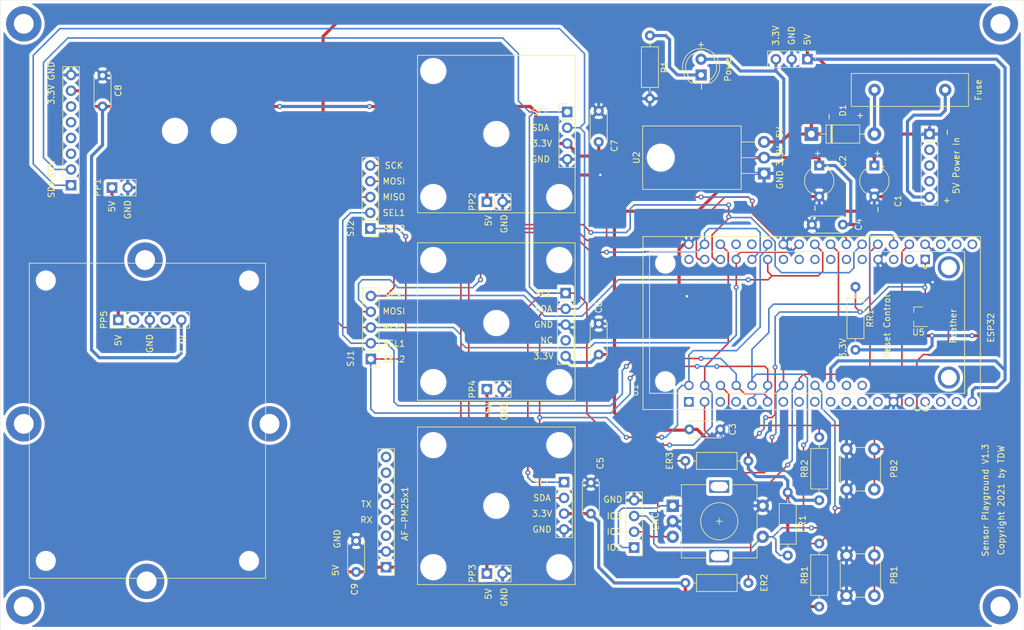
<source format=kicad_pcb>
(kicad_pcb (version 20171130) (host pcbnew "(5.1.10-1-10_14)")
  (layers (0 F.Cu signal) (31 B.Cu signal) (34 B.Paste user) (35 F.Paste user) (36 B.SilkS user) (37 F.SilkS user) (38 B.Mask user) (39 F.Mask user) (44 Edge.Cuts user))
  (net 0 "")
  (net 1 "Net-(U1-Pad38)")
  (net 2 "Net-(U1-Pad37)")
  (net 3 "Net-(U1-Pad36)")
  (net 4 "Net-(U1-Pad18)")
  (net 5 "Net-(U1-Pad17)")
  (net 6 "Net-(U1-Pad16)")
  (net 7 "Net-(U1-Pad15)")
  (net 8 "Net-(U1-Pad13)")
  (net 9 "Net-(U1-Pad12)")
  (net 10 "Net-(U1-Pad11)")
  (net 11 "Net-(U1-Pad10)")
  (net 12 "Net-(U1-Pad9)")
  (net 13 "Net-(U1-Pad8)")
  (net 14 "Net-(U1-Pad7)")
  (net 15 "Net-(U1-Pad4)")
  (net 16 "Net-(U1-Pad3)")
  (net 17 "Net-(U3-Pad5)")
  (net 18 "Net-(U3-Pad16)")
  (net 19 "Net-(U3-Pad18)")
  (net 20 "Net-(U3-Pad17)")
  (net 21 SCL)
  (net 22 SDA)
  (net 23 SCK)
  (net 24 MISO)
  (net 25 MOSI)
  (net 26 GND)
  (net 27 RXD)
  (net 28 TXD)
  (net 29 SPI_SEL1)
  (net 30 SPI_SEL2)
  (net 31 3.3V)
  (net 32 "Net-(LED1-Pad1)")
  (net 33 5V)
  (net 34 "Net-(USB_Power1-Pad4)")
  (net 35 "Net-(USB_Power1-Pad3)")
  (net 36 "Net-(USB_Power1-Pad2)")
  (net 37 "Net-(AF-MTU21D1-Pad4)")
  (net 38 "Net-(AF-PM25x1-Pad8)")
  (net 39 "Net-(AF-PM25x1-Pad7)")
  (net 40 "Net-(AF-PM25x1-Pad3)")
  (net 41 PB1)
  (net 42 PB2)
  (net 43 GPIO3)
  (net 44 GPIO2)
  (net 45 GPIO1)
  (net 46 "Net-(D1-Pad2)")
  (net 47 "Net-(AF-OLED091-Pad6)")
  (net 48 "Net-(AF-OLED091-Pad5)")
  (net 49 "Net-(AF-OLED091-Pad4)")
  (net 50 "Net-(AF-OLED091-Pad3)")
  (net 51 "Net-(AF-PM25x1-Pad6)")
  (net 52 "Net-(U1-Pad1)")
  (net 53 "Net-(U3-Pad2)")
  (net 54 "Net-(U1-Pad24)")
  (net 55 "Net-(U1-Pad23)")
  (net 56 "Net-(F1-Pad1)")
  (net 57 RESET)
  (net 58 "Net-(PP5-Pad4)")
  (net 59 "Net-(PP5-Pad2)")
  (module 2821:XCVR_2821 (layer F.Cu) (at 192.3542 92.6084 180)
    (fp_text reference U3 (at -18.45375 -13.61757) (layer F.SilkS) (effects (font (size 1.402945 1.402945))))
    (fp_text value 2821)
    (pad 28 thru_hole circle (at 19.05 -10.16 180) (size 1.508 1.508) (drill 1) (layers *.Cu *.Mask) (net 22 SDA))
    (pad 27 thru_hole circle (at 16.51 -10.16 180) (size 1.508 1.508) (drill 1) (layers *.Cu *.Mask) (net 21 SCL))
    (pad 26 thru_hole circle (at 13.97 -10.16 180) (size 1.508 1.508) (drill 1) (layers *.Cu *.Mask) (net 42 PB2))
    (pad 25 thru_hole circle (at 11.43 -10.16 180) (size 1.508 1.508) (drill 1) (layers *.Cu *.Mask) (net 29 SPI_SEL1))
    (pad 24 thru_hole circle (at 8.89 -10.16 180) (size 1.508 1.508) (drill 1) (layers *.Cu *.Mask) (net 41 PB1))
    (pad 23 thru_hole circle (at 6.35 -10.16 180) (size 1.508 1.508) (drill 1) (layers *.Cu *.Mask) (net 30 SPI_SEL2))
    (pad 22 thru_hole circle (at 3.81 -10.16 180) (size 1.508 1.508) (drill 1) (layers *.Cu *.Mask) (net 44 GPIO2))
    (pad 21 thru_hole circle (at 1.27 -10.16 180) (size 1.508 1.508) (drill 1) (layers *.Cu *.Mask) (net 45 GPIO1))
    (pad 20 thru_hole circle (at -1.27 -10.16 180) (size 1.508 1.508) (drill 1) (layers *.Cu *.Mask) (net 43 GPIO3))
    (pad 19 thru_hole circle (at -3.81 -10.16 180) (size 1.508 1.508) (drill 1) (layers *.Cu *.Mask) (net 33 5V))
    (pad 18 thru_hole circle (at -6.35 -10.16 180) (size 1.508 1.508) (drill 1) (layers *.Cu *.Mask) (net 19 "Net-(U3-Pad18)"))
    (pad 17 thru_hole circle (at -8.89 -10.16 180) (size 1.508 1.508) (drill 1) (layers *.Cu *.Mask) (net 20 "Net-(U3-Pad17)"))
    (pad 16 thru_hole circle (at 19.05 10.16 180) (size 1.508 1.508) (drill 1) (layers *.Cu *.Mask) (net 18 "Net-(U3-Pad16)"))
    (pad 15 thru_hole circle (at 16.51 10.16 180) (size 1.508 1.508) (drill 1) (layers *.Cu *.Mask) (net 28 TXD))
    (pad 14 thru_hole circle (at 13.97 10.16 180) (size 1.508 1.508) (drill 1) (layers *.Cu *.Mask) (net 27 RXD))
    (pad 13 thru_hole circle (at 11.43 10.16 180) (size 1.508 1.508) (drill 1) (layers *.Cu *.Mask) (net 24 MISO))
    (pad 12 thru_hole circle (at 8.89 10.16 180) (size 1.508 1.508) (drill 1) (layers *.Cu *.Mask) (net 25 MOSI))
    (pad 11 thru_hole circle (at 6.35 10.16 180) (size 1.508 1.508) (drill 1) (layers *.Cu *.Mask) (net 23 SCK))
    (pad 10 thru_hole circle (at 3.81 10.16 180) (size 1.508 1.508) (drill 1) (layers *.Cu *.Mask))
    (pad 9 thru_hole circle (at 1.27 10.16 180) (size 1.508 1.508) (drill 1) (layers *.Cu *.Mask))
    (pad 8 thru_hole circle (at -1.27 10.16 180) (size 1.508 1.508) (drill 1) (layers *.Cu *.Mask))
    (pad 7 thru_hole circle (at -3.81 10.16 180) (size 1.508 1.508) (drill 1) (layers *.Cu *.Mask))
    (pad 6 thru_hole circle (at -6.35 10.16 180) (size 1.508 1.508) (drill 1) (layers *.Cu *.Mask))
    (pad 5 thru_hole circle (at -8.89 10.16 180) (size 1.508 1.508) (drill 1) (layers *.Cu *.Mask) (net 17 "Net-(U3-Pad5)"))
    (pad 4 thru_hole circle (at -11.43 10.16 180) (size 1.508 1.508) (drill 1) (layers *.Cu *.Mask) (net 26 GND))
    (pad 3 thru_hole circle (at -13.97 10.16 180) (size 1.508 1.508) (drill 1) (layers *.Cu *.Mask))
    (pad 2 thru_hole circle (at -16.51 10.16 180) (size 1.508 1.508) (drill 1) (layers *.Cu *.Mask) (net 53 "Net-(U3-Pad2)"))
    (pad 1 thru_hole rect (at -19.05 10.16 180) (size 1.508 1.508) (drill 1) (layers *.Cu *.Mask) (net 57 RESET))
    (pad S1 thru_hole circle (at -22.86 8.89 180) (size 3.556 3.556) (drill 2.54) (layers *.Cu *.Mask))
    (pad S2 thru_hole circle (at -22.86 -8.89 180) (size 3.556 3.556) (drill 2.54) (layers *.Cu *.Mask))
    (pad None np_thru_hole circle (at 22.86 -9.525 180) (size 2.286 2.286) (drill 2.286) (layers *.Cu *.Mask))
    (pad None np_thru_hole circle (at 22.86 9.525 180) (size 2.286 2.286) (drill 2.286) (layers *.Cu *.Mask))
  )
  (module ESP32-DEVKITC-32D:MODULE_ESP32-DEVKITC-32D (layer F.Cu) (at 193.04 92.71 90)
    (fp_text reference U1 (at -10.829175 -28.446045 90) (layer F.SilkS) (effects (font (size 1.000386 1.000386))))
    (fp_text value ESP32-DEVKITC-32D)
    (pad 38 thru_hole circle (at 12.7 25.96 90) (size 1.56 1.56) (drill 1.04) (layers *.Cu *.Mask) (net 1 "Net-(U1-Pad38)"))
    (pad 37 thru_hole circle (at 12.7 23.42 90) (size 1.56 1.56) (drill 1.04) (layers *.Cu *.Mask) (net 2 "Net-(U1-Pad37)"))
    (pad 36 thru_hole circle (at 12.7 20.88 90) (size 1.56 1.56) (drill 1.04) (layers *.Cu *.Mask) (net 3 "Net-(U1-Pad36)"))
    (pad 35 thru_hole circle (at 12.7 18.34 90) (size 1.56 1.56) (drill 1.04) (layers *.Cu *.Mask) (net 43 GPIO3))
    (pad 34 thru_hole circle (at 12.7 15.8 90) (size 1.56 1.56) (drill 1.04) (layers *.Cu *.Mask) (net 42 PB2))
    (pad 33 thru_hole circle (at 12.7 13.26 90) (size 1.56 1.56) (drill 1.04) (layers *.Cu *.Mask) (net 41 PB1))
    (pad 32 thru_hole circle (at 12.7 10.72 90) (size 1.56 1.56) (drill 1.04) (layers *.Cu *.Mask) (net 45 GPIO1))
    (pad 31 thru_hole circle (at 12.7 8.18 90) (size 1.56 1.56) (drill 1.04) (layers *.Cu *.Mask) (net 27 RXD))
    (pad 30 thru_hole circle (at 12.7 5.64 90) (size 1.56 1.56) (drill 1.04) (layers *.Cu *.Mask) (net 28 TXD))
    (pad 29 thru_hole circle (at 12.7 3.1 90) (size 1.56 1.56) (drill 1.04) (layers *.Cu *.Mask) (net 44 GPIO2))
    (pad 28 thru_hole circle (at 12.7 0.56 90) (size 1.56 1.56) (drill 1.04) (layers *.Cu *.Mask) (net 23 SCK))
    (pad 27 thru_hole circle (at 12.7 -1.98 90) (size 1.56 1.56) (drill 1.04) (layers *.Cu *.Mask) (net 24 MISO))
    (pad 26 thru_hole circle (at 12.7 -4.52 90) (size 1.56 1.56) (drill 1.04) (layers *.Cu *.Mask) (net 26 GND))
    (pad 25 thru_hole circle (at 12.7 -7.06 90) (size 1.56 1.56) (drill 1.04) (layers *.Cu *.Mask) (net 22 SDA))
    (pad 24 thru_hole circle (at 12.7 -9.6 90) (size 1.56 1.56) (drill 1.04) (layers *.Cu *.Mask) (net 54 "Net-(U1-Pad24)"))
    (pad 23 thru_hole circle (at 12.7 -12.14 90) (size 1.56 1.56) (drill 1.04) (layers *.Cu *.Mask) (net 55 "Net-(U1-Pad23)"))
    (pad 22 thru_hole circle (at 12.7 -14.68 90) (size 1.56 1.56) (drill 1.04) (layers *.Cu *.Mask) (net 21 SCL))
    (pad 21 thru_hole circle (at 12.7 -17.22 90) (size 1.56 1.56) (drill 1.04) (layers *.Cu *.Mask) (net 25 MOSI))
    (pad 20 thru_hole circle (at 12.7 -19.76 90) (size 1.56 1.56) (drill 1.04) (layers *.Cu *.Mask) (net 26 GND))
    (pad 18 thru_hole circle (at -12.7 23.42 90) (size 1.56 1.56) (drill 1.04) (layers *.Cu *.Mask) (net 4 "Net-(U1-Pad18)"))
    (pad 17 thru_hole circle (at -12.7 20.88 90) (size 1.56 1.56) (drill 1.04) (layers *.Cu *.Mask) (net 5 "Net-(U1-Pad17)"))
    (pad 16 thru_hole circle (at -12.7 18.34 90) (size 1.56 1.56) (drill 1.04) (layers *.Cu *.Mask) (net 6 "Net-(U1-Pad16)"))
    (pad 15 thru_hole circle (at -12.7 15.8 90) (size 1.56 1.56) (drill 1.04) (layers *.Cu *.Mask) (net 7 "Net-(U1-Pad15)"))
    (pad 14 thru_hole circle (at -12.7 13.26 90) (size 1.56 1.56) (drill 1.04) (layers *.Cu *.Mask) (net 26 GND))
    (pad 13 thru_hole circle (at -12.7 10.72 90) (size 1.56 1.56) (drill 1.04) (layers *.Cu *.Mask) (net 8 "Net-(U1-Pad13)"))
    (pad 12 thru_hole circle (at -12.7 8.18 90) (size 1.56 1.56) (drill 1.04) (layers *.Cu *.Mask) (net 9 "Net-(U1-Pad12)"))
    (pad 11 thru_hole circle (at -12.7 5.64 90) (size 1.56 1.56) (drill 1.04) (layers *.Cu *.Mask) (net 10 "Net-(U1-Pad11)"))
    (pad 10 thru_hole circle (at -12.7 3.1 90) (size 1.56 1.56) (drill 1.04) (layers *.Cu *.Mask) (net 11 "Net-(U1-Pad10)"))
    (pad 9 thru_hole circle (at -12.7 0.56 90) (size 1.56 1.56) (drill 1.04) (layers *.Cu *.Mask) (net 12 "Net-(U1-Pad9)"))
    (pad 8 thru_hole circle (at -12.7 -1.98 90) (size 1.56 1.56) (drill 1.04) (layers *.Cu *.Mask) (net 13 "Net-(U1-Pad8)"))
    (pad 7 thru_hole circle (at -12.7 -4.52 90) (size 1.56 1.56) (drill 1.04) (layers *.Cu *.Mask) (net 14 "Net-(U1-Pad7)"))
    (pad 6 thru_hole circle (at -12.7 -7.06 90) (size 1.56 1.56) (drill 1.04) (layers *.Cu *.Mask) (net 29 SPI_SEL1))
    (pad 5 thru_hole circle (at -12.7 -9.6 90) (size 1.56 1.56) (drill 1.04) (layers *.Cu *.Mask) (net 30 SPI_SEL2))
    (pad 4 thru_hole circle (at -12.7 -12.14 90) (size 1.56 1.56) (drill 1.04) (layers *.Cu *.Mask) (net 15 "Net-(U1-Pad4)"))
    (pad 3 thru_hole circle (at -12.7 -14.68 90) (size 1.56 1.56) (drill 1.04) (layers *.Cu *.Mask) (net 16 "Net-(U1-Pad3)"))
    (pad 19 thru_hole circle (at -12.7 25.96 90) (size 1.56 1.56) (drill 1.04) (layers *.Cu *.Mask) (net 33 5V))
    (pad 2 thru_hole circle (at -12.7 -17.22 90) (size 1.56 1.56) (drill 1.04) (layers *.Cu *.Mask) (net 57 RESET))
    (pad 1 thru_hole rect (at -12.7 -19.76 90) (size 1.56 1.56) (drill 1.04) (layers *.Cu *.Mask) (net 52 "Net-(U1-Pad1)"))
  )
  (module Package_TO_SOT_SMD:SOT-23 (layer F.Cu) (at 210.312 91.694 180)
    (fp_text reference U5 (at 0 -2.5) (layer F.SilkS))
    (fp_text value MIC803-29D3VC3-TR hide)
    (pad 3 smd rect (at 1 0 180) (size 0.9 0.8) (layers F.Cu F.Paste F.Mask) (net 31 3.3V))
    (pad 2 smd rect (at -1 0.95 180) (size 0.9 0.8) (layers F.Cu F.Paste F.Mask) (net 57 RESET))
    (pad 1 smd rect (at -1 -0.95 180) (size 0.9 0.8) (layers F.Cu F.Paste F.Mask) (net 26 GND))
  )
  (module Resistor_THT:R_Axial_DIN0207_L6.3mm_D2.5mm_P10.16mm_Horizontal (layer F.Cu) (at 200.152 86.868 270)
    (fp_text reference RR1 (at 5.08 -2.37 90) (layer F.SilkS))
    (fp_text value R_US hide)
    (pad 2 thru_hole oval (at 10.16 0 270) (size 1.6 1.6) (drill 0.8) (layers *.Cu *.Mask) (net 31 3.3V))
    (pad 1 thru_hole circle (at 0 0 270) (size 1.6 1.6) (drill 0.8) (layers *.Cu *.Mask) (net 57 RESET))
  )
  (module MountingHole:MountingHole_3.2mm_M3_DIN965 (layer F.Cu) (at 98.298 61.722)
    (fp_text reference REF** hide)
    (fp_text value MountingHole_3.2mm_M3_DIN965 hide)
    (pad 1 np_thru_hole circle (at 0 0) (size 3.2 3.2) (drill 3.2) (layers *.Cu *.Mask))
  )
  (module MountingHole:MountingHole_3.2mm_M3_DIN965 (layer F.Cu) (at 90.424 61.722)
    (fp_text reference REF** hide)
    (fp_text value MountingHole_3.2mm_M3_DIN965 hide)
    (pad 1 np_thru_hole circle (at 0 0) (size 3.2 3.2) (drill 3.2) (layers *.Cu *.Mask))
  )
  (module Connector_PinHeader_2.54mm:PinHeader_1x05_P2.54mm_Vertical (layer F.Cu) (at 81.28 92.202 90)
    (fp_text reference PP5 (at 0 -2.33 90) (layer F.SilkS))
    (fp_text value Conn_01x05_Male hide)
    (pad 5 thru_hole oval (at 0 10.16 90) (size 1.7 1.7) (drill 1) (layers *.Cu *.Mask) (net 31 3.3V))
    (pad 4 thru_hole oval (at 0 7.62 90) (size 1.7 1.7) (drill 1) (layers *.Cu *.Mask) (net 58 "Net-(PP5-Pad4)"))
    (pad 3 thru_hole oval (at 0 5.08 90) (size 1.7 1.7) (drill 1) (layers *.Cu *.Mask) (net 26 GND))
    (pad 2 thru_hole oval (at 0 2.54 90) (size 1.7 1.7) (drill 1) (layers *.Cu *.Mask) (net 59 "Net-(PP5-Pad2)"))
    (pad 1 thru_hole rect (at 0 0 90) (size 1.7 1.7) (drill 1) (layers *.Cu *.Mask) (net 33 5V))
  )
  (module Connector_PinHeader_2.54mm:PinHeader_1x02_P2.54mm_Vertical (layer F.Cu) (at 140.716 103.378 90)
    (fp_text reference PP4 (at 0 -2.33 90) (layer F.SilkS))
    (fp_text value Conn_01x02_Male hide)
    (pad 2 thru_hole oval (at 0 2.54 90) (size 1.7 1.7) (drill 1) (layers *.Cu *.Mask) (net 26 GND))
    (pad 1 thru_hole rect (at 0 0 90) (size 1.7 1.7) (drill 1) (layers *.Cu *.Mask) (net 33 5V))
  )
  (module Connector_PinHeader_2.54mm:PinHeader_1x02_P2.54mm_Vertical (layer F.Cu) (at 140.716 133.096 90)
    (fp_text reference PP3 (at 0 -2.33 90) (layer F.SilkS))
    (fp_text value Conn_01x02_Male hide)
    (pad 2 thru_hole oval (at 0 2.54 90) (size 1.7 1.7) (drill 1) (layers *.Cu *.Mask) (net 26 GND))
    (pad 1 thru_hole rect (at 0 0 90) (size 1.7 1.7) (drill 1) (layers *.Cu *.Mask) (net 33 5V))
  )
  (module Connector_PinHeader_2.54mm:PinHeader_1x02_P2.54mm_Vertical (layer F.Cu) (at 140.716 73.152 90)
    (fp_text reference PP2 (at 0 -2.33 90) (layer F.SilkS))
    (fp_text value Conn_01x02_Male hide)
    (pad 2 thru_hole oval (at 0 2.54 90) (size 1.7 1.7) (drill 1) (layers *.Cu *.Mask) (net 26 GND))
    (pad 1 thru_hole rect (at 0 0 90) (size 1.7 1.7) (drill 1) (layers *.Cu *.Mask) (net 33 5V))
  )
  (module Connector_PinHeader_2.54mm:PinHeader_1x02_P2.54mm_Vertical (layer F.Cu) (at 80.264 70.866 90)
    (fp_text reference PP1 (at 0 -2.33 90) (layer F.SilkS))
    (fp_text value Conn_01x02_Male hide)
    (pad 2 thru_hole oval (at 0 2.54 90) (size 1.7 1.7) (drill 1) (layers *.Cu *.Mask) (net 26 GND))
    (pad 1 thru_hole rect (at 0 0 90) (size 1.7 1.7) (drill 1) (layers *.Cu *.Mask) (net 33 5V))
  )
  (module MountingHole:MountingHole_3.2mm_M3_DIN965 (layer F.Cu) (at 142.24 122.174)
    (fp_text reference REF** hide)
    (fp_text value MountingHole_3.2mm_M3_DIN965 hide)
    (pad 1 np_thru_hole circle (at 0 0) (size 3.2 3.2) (drill 3.2) (layers *.Cu *.Mask))
  )
  (module MountingHole:MountingHole_3.2mm_M3_DIN965 (layer F.Cu) (at 142.24 92.71)
    (fp_text reference REF** hide)
    (fp_text value MountingHole_3.2mm_M3_DIN965 hide)
    (pad 1 np_thru_hole circle (at 0 0) (size 3.2 3.2) (drill 3.2) (layers *.Cu *.Mask))
  )
  (module MountingHole:MountingHole_3.2mm_M3_DIN965 (layer F.Cu) (at 142.24 62.23)
    (fp_text reference REF** hide)
    (fp_text value MountingHole_3.2mm_M3_DIN965 hide)
    (pad 1 np_thru_hole circle (at 0 0) (size 3.2 3.2) (drill 3.2) (layers *.Cu *.Mask))
  )
  (module Fuse:Fuse_Littelfuse-LVR100 (layer F.Cu) (at 214.63 55.118 180)
    (fp_text reference F1 hide)
    (fp_text value Fuse hide)
    (pad 2 thru_hole circle (at 11.4 0 180) (size 2 2) (drill 1) (layers *.Cu *.Mask) (net 46 "Net-(D1-Pad2)"))
    (pad 1 thru_hole circle (at 0 0 180) (size 2 2) (drill 1) (layers *.Cu *.Mask) (net 56 "Net-(F1-Pad1)"))
  )
  (module MountingHole:MountingHole_3.2mm_M3_ISO7380_Pad (layer F.Cu) (at 85.852 134.366)
    (fp_text reference REF** hide)
    (fp_text value MountingHole_3.2mm_M3_ISO7380_Pad hide)
    (pad 1 thru_hole circle (at 0 0) (size 5.7 5.7) (drill 3.2) (layers *.Cu *.Mask))
  )
  (module MountingHole:MountingHole_3.2mm_M3_ISO7380_Pad (layer F.Cu) (at 85.598 82.55)
    (fp_text reference REF** hide)
    (fp_text value MountingHole_3.2mm_M3_ISO7380_Pad hide)
    (pad 1 thru_hole circle (at 0 0) (size 5.7 5.7) (drill 3.2) (layers *.Cu *.Mask))
  )
  (module MountingHole:MountingHole_3.2mm_M3_ISO7380_Pad (layer F.Cu) (at 105.664 108.966)
    (fp_text reference REF** hide)
    (fp_text value MountingHole_3.2mm_M3_ISO7380_Pad hide)
    (pad 1 thru_hole circle (at 0 0) (size 5.7 5.7) (drill 3.2) (layers *.Cu *.Mask))
  )
  (module MountingHole:MountingHole_3.2mm_M3_ISO7380_Pad (layer F.Cu) (at 66.04 108.966)
    (fp_text reference REF** hide)
    (fp_text value MountingHole_3.2mm_M3_ISO7380_Pad hide)
    (pad 1 thru_hole circle (at 0 0) (size 5.7 5.7) (drill 3.2) (layers *.Cu *.Mask))
  )
  (module MountingHole:MountingHole_2.2mm_M2 (layer F.Cu) (at 102.362 131.064)
    (fp_text reference REF** hide)
    (fp_text value MountingHole_2.2mm_M2 hide)
    (pad 1 np_thru_hole circle (at 0 0) (size 2.2 2.2) (drill 2.2) (layers *.Cu *.Mask))
  )
  (module MountingHole:MountingHole_2.2mm_M2 (layer F.Cu) (at 69.596 131.064)
    (fp_text reference REF** hide)
    (fp_text value MountingHole_2.2mm_M2 hide)
    (pad 1 np_thru_hole circle (at 0 0) (size 2.2 2.2) (drill 2.2) (layers *.Cu *.Mask))
  )
  (module MountingHole:MountingHole_2.2mm_M2 (layer F.Cu) (at 102.362 85.852)
    (fp_text reference REF** hide)
    (fp_text value MountingHole_2.2mm_M2 hide)
    (pad 1 np_thru_hole circle (at 0 0) (size 2.2 2.2) (drill 2.2) (layers *.Cu *.Mask))
  )
  (module MountingHole:MountingHole_2.2mm_M2 (layer F.Cu) (at 69.596 85.852)
    (fp_text reference REF** hide)
    (fp_text value MountingHole_2.2mm_M2 hide)
    (pad 1 np_thru_hole circle (at 0 0) (size 2.2 2.2) (drill 2.2) (layers *.Cu *.Mask))
  )
  (module Capacitor_THT:C_Disc_D5.0mm_W2.5mm_P5.00mm (layer F.Cu) (at 198.12 76.835 180)
    (fp_text reference C4 (at -2.54 0 90) (layer F.SilkS))
    (fp_text value .01uF hide)
    (pad 2 thru_hole circle (at 5 0 180) (size 1.6 1.6) (drill 0.8) (layers *.Cu *.Mask) (net 26 GND))
    (pad 1 thru_hole circle (at 0 0 180) (size 1.6 1.6) (drill 0.8) (layers *.Cu *.Mask) (net 31 3.3V))
  )
  (module MountingHole:MountingHole_3.2mm_M3_DIN965 (layer F.Cu) (at 152.4 82.55)
    (fp_text reference REF** hide)
    (fp_text value MountingHole_3.2mm_M3_DIN965 hide)
    (pad 1 np_thru_hole circle (at 0 0) (size 3.2 3.2) (drill 3.2) (layers *.Cu *.Mask))
  )
  (module MountingHole:MountingHole_3.2mm_M3_DIN965 (layer F.Cu) (at 152.4 72.39)
    (fp_text reference REF** hide)
    (fp_text value MountingHole_3.2mm_M3_DIN965 hide)
    (pad 1 np_thru_hole circle (at 0 0) (size 3.2 3.2) (drill 3.2) (layers *.Cu *.Mask))
  )
  (module MountingHole:MountingHole_3.2mm_M3_DIN965 (layer F.Cu) (at 152.4 52.07)
    (fp_text reference REF** hide)
    (fp_text value MountingHole_3.2mm_M3_DIN965 hide)
    (pad 1 np_thru_hole circle (at 0 0) (size 3.2 3.2) (drill 3.2) (layers *.Cu *.Mask))
  )
  (module MountingHole:MountingHole_3.2mm_M3_DIN965 (layer F.Cu) (at 132.08 72.39)
    (fp_text reference REF** hide)
    (fp_text value MountingHole_3.2mm_M3_DIN965 hide)
    (pad 1 np_thru_hole circle (at 0 0) (size 3.2 3.2) (drill 3.2) (layers *.Cu *.Mask))
  )
  (module MountingHole:MountingHole_3.2mm_M3_DIN965 (layer F.Cu) (at 132.08 52.07)
    (fp_text reference REF** hide)
    (fp_text value MountingHole_3.2mm_M3_DIN965 hide)
    (pad 1 np_thru_hole circle (at 0 0) (size 3.2 3.2) (drill 3.2) (layers *.Cu *.Mask))
  )
  (module MountingHole:MountingHole_3.2mm_M3_DIN965 (layer F.Cu) (at 132.08 82.55)
    (fp_text reference REF** hide)
    (fp_text value MountingHole_3.2mm_M3_DIN965 hide)
    (pad 1 np_thru_hole circle (at 0 0) (size 3.2 3.2) (drill 3.2) (layers *.Cu *.Mask))
  )
  (module MountingHole:MountingHole_3.2mm_M3_DIN965 (layer F.Cu) (at 132.08 102.235)
    (fp_text reference REF** hide)
    (fp_text value MountingHole_3.2mm_M3_DIN965 hide)
    (pad 1 np_thru_hole circle (at 0 0) (size 3.2 3.2) (drill 3.2) (layers *.Cu *.Mask))
  )
  (module MountingHole:MountingHole_3.2mm_M3_DIN965 (layer F.Cu) (at 152.4 102.235)
    (fp_text reference REF** hide)
    (fp_text value MountingHole_3.2mm_M3_DIN965 hide)
    (pad 1 np_thru_hole circle (at 0 0) (size 3.2 3.2) (drill 3.2) (layers *.Cu *.Mask))
  )
  (module MountingHole:MountingHole_3.2mm_M3_DIN965 (layer F.Cu) (at 152.4 132.08)
    (fp_text reference REF** hide)
    (fp_text value MountingHole_3.2mm_M3_DIN965 hide)
    (pad 1 np_thru_hole circle (at 0 0) (size 3.2 3.2) (drill 3.2) (layers *.Cu *.Mask))
  )
  (module MountingHole:MountingHole_3.2mm_M3_DIN965 (layer F.Cu) (at 152.4 112.395)
    (fp_text reference REF** hide)
    (fp_text value MountingHole_3.2mm_M3_DIN965 hide)
    (pad 1 np_thru_hole circle (at 0 0) (size 3.2 3.2) (drill 3.2) (layers *.Cu *.Mask))
  )
  (module MountingHole:MountingHole_3.2mm_M3_DIN965 (layer F.Cu) (at 132.08 132.08)
    (fp_text reference REF** hide)
    (fp_text value MountingHole_3.2mm_M3_DIN965 hide)
    (pad 1 np_thru_hole circle (at 0 0) (size 3.2 3.2) (drill 3.2) (layers *.Cu *.Mask))
  )
  (module MountingHole:MountingHole_3.2mm_M3_DIN965 (layer F.Cu) (at 132.08 112.395)
    (fp_text reference REF** hide)
    (fp_text value MountingHole_3.2mm_M3_DIN965 hide)
    (pad 1 np_thru_hole circle (at 0 0) (size 3.2 3.2) (drill 3.2) (layers *.Cu *.Mask))
  )
  (module MountingHole:MountingHole_3.2mm_M3_ISO7380_Pad (layer F.Cu) (at 223.52 44.45)
    (fp_text reference REF** hide)
    (fp_text value MountingHole_3.2mm_M3_ISO7380_Pad hide)
    (pad 1 thru_hole circle (at 0 0) (size 5.7 5.7) (drill 3.2) (layers *.Cu *.Mask))
  )
  (module MountingHole:MountingHole_3.2mm_M3_ISO7380_Pad (layer F.Cu) (at 223.52 138.43)
    (fp_text reference REF** hide)
    (fp_text value MountingHole_3.2mm_M3_ISO7380_Pad hide)
    (pad 1 thru_hole circle (at 0 0) (size 5.7 5.7) (drill 3.2) (layers *.Cu *.Mask))
  )
  (module MountingHole:MountingHole_3.2mm_M3_ISO7380_Pad (layer F.Cu) (at 66.04 138.43)
    (fp_text reference REF** hide)
    (fp_text value MountingHole_3.2mm_M3_ISO7380_Pad hide)
    (pad 1 thru_hole circle (at 0 0) (size 5.7 5.7) (drill 3.2) (layers *.Cu *.Mask))
  )
  (module MountingHole:MountingHole_3.2mm_M3_ISO7380_Pad (layer F.Cu) (at 66.04 44.45)
    (fp_text reference REF** hide)
    (fp_text value MountingHole_3.2mm_M3_ISO7380_Pad hide)
    (pad 1 thru_hole circle (at 0 0) (size 5.7 5.7) (drill 3.2) (layers *.Cu *.Mask))
  )
  (module Capacitor_THT:C_Disc_D5.0mm_W2.5mm_P5.00mm (layer F.Cu) (at 119.634 132.842 90)
    (fp_text reference C9 (at -2.794 -0.254 90) (layer F.SilkS))
    (fp_text value .01uF hide)
    (pad 2 thru_hole circle (at 5 0 90) (size 1.6 1.6) (drill 0.8) (layers *.Cu *.Mask) (net 26 GND))
    (pad 1 thru_hole circle (at 0 0 90) (size 1.6 1.6) (drill 0.8) (layers *.Cu *.Mask) (net 33 5V))
  )
  (module Resistor_THT:R_Axial_DIN0207_L6.3mm_D2.5mm_P10.16mm_Horizontal (layer F.Cu) (at 172.72 114.935)
    (fp_text reference ER3 (at -2.54 0 90) (layer F.SilkS))
    (fp_text value 10k hide)
    (pad 2 thru_hole oval (at 10.16 0) (size 1.6 1.6) (drill 0.8) (layers *.Cu *.Mask) (net 31 3.3V))
    (pad 1 thru_hole circle (at 0 0) (size 1.6 1.6) (drill 0.8) (layers *.Cu *.Mask) (net 44 GPIO2))
  )
  (module Resistor_THT:R_Axial_DIN0207_L6.3mm_D2.5mm_P10.16mm_Horizontal (layer F.Cu) (at 172.72 134.62)
    (fp_text reference ER2 (at 12.7 0 90) (layer F.SilkS))
    (fp_text value 10k hide)
    (pad 2 thru_hole oval (at 10.16 0) (size 1.6 1.6) (drill 0.8) (layers *.Cu *.Mask) (net 45 GPIO1))
    (pad 1 thru_hole circle (at 0 0) (size 1.6 1.6) (drill 0.8) (layers *.Cu *.Mask) (net 31 3.3V))
  )
  (module Connector_PinHeader_2.54mm:PinHeader_1x04_P2.54mm_Vertical (layer F.Cu) (at 164.465 128.905 180)
    (fp_text reference GPIO_HDR1 hide)
    (fp_text value Conn_01x04_Male hide)
    (pad 4 thru_hole oval (at 0 7.62 180) (size 1.7 1.7) (drill 1) (layers *.Cu *.Mask) (net 26 GND))
    (pad 3 thru_hole oval (at 0 5.08 180) (size 1.7 1.7) (drill 1) (layers *.Cu *.Mask) (net 43 GPIO3))
    (pad 2 thru_hole oval (at 0 2.54 180) (size 1.7 1.7) (drill 1) (layers *.Cu *.Mask) (net 44 GPIO2))
    (pad 1 thru_hole rect (at 0 0 180) (size 1.7 1.7) (drill 1) (layers *.Cu *.Mask) (net 45 GPIO1))
  )
  (module Resistor_THT:R_Axial_DIN0207_L6.3mm_D2.5mm_P10.16mm_Horizontal (layer F.Cu) (at 189.23 120.015 270)
    (fp_text reference ER1 (at 5.08 -2.37 90) (layer F.SilkS))
    (fp_text value 10k hide)
    (pad 2 thru_hole oval (at 10.16 0 270) (size 1.6 1.6) (drill 0.8) (layers *.Cu *.Mask) (net 43 GPIO3))
    (pad 1 thru_hole circle (at 0 0 270) (size 1.6 1.6) (drill 0.8) (layers *.Cu *.Mask) (net 31 3.3V))
  )
  (module Rotary_Encoder:RotaryEncoder_Alps_EC11E-Switch_Vertical_H20mm (layer F.Cu) (at 170.688 122.174)
    (fp_text reference ENC1 (at -2.794 2.032 90) (layer F.SilkS))
    (fp_text value Rotary_Encoder_Switch hide)
    (pad A thru_hole rect (at 0 0) (size 2 2) (drill 1) (layers *.Cu *.Mask) (net 45 GPIO1))
    (pad C thru_hole circle (at 0 2.5) (size 2 2) (drill 1) (layers *.Cu *.Mask) (net 26 GND))
    (pad B thru_hole circle (at 0 5) (size 2 2) (drill 1) (layers *.Cu *.Mask) (net 44 GPIO2))
    (pad MP thru_hole rect (at 7.5 -3.1) (size 3.2 2) (drill oval 2.8 1.5) (layers *.Cu *.Mask))
    (pad MP thru_hole rect (at 7.5 8.1) (size 3.2 2) (drill oval 2.8 1.5) (layers *.Cu *.Mask))
    (pad S2 thru_hole circle (at 14.5 0) (size 2 2) (drill 1) (layers *.Cu *.Mask) (net 26 GND))
    (pad S1 thru_hole circle (at 14.5 5) (size 2 2) (drill 1) (layers *.Cu *.Mask) (net 43 GPIO3))
  )
  (module Diode_THT:D_DO-41_SOD81_P10.16mm_Horizontal (layer F.Cu) (at 193.04 62.23)
    (fp_text reference D1 (at 5.08 -3.81 90) (layer F.SilkS))
    (fp_text value 1N4007 hide)
    (pad 2 thru_hole oval (at 10.16 0) (size 2.2 2.2) (drill 1.1) (layers *.Cu *.Mask) (net 46 "Net-(D1-Pad2)"))
    (pad 1 thru_hole rect (at 0 0) (size 2.2 2.2) (drill 1.1) (layers *.Cu *.Mask) (net 33 5V))
  )
  (module Connector_PinHeader_2.54mm:PinHeader_1x08_P2.54mm_Vertical (layer F.Cu) (at 73.66 70.485 180)
    (fp_text reference AF-OLED091 hide)
    (fp_text value Conn_01x08_Male hide)
    (pad 8 thru_hole oval (at 0 17.78 180) (size 1.7 1.7) (drill 1) (layers *.Cu *.Mask) (net 26 GND))
    (pad 7 thru_hole oval (at 0 15.24 180) (size 1.7 1.7) (drill 1) (layers *.Cu *.Mask) (net 31 3.3V))
    (pad 6 thru_hole oval (at 0 12.7 180) (size 1.7 1.7) (drill 1) (layers *.Cu *.Mask) (net 47 "Net-(AF-OLED091-Pad6)"))
    (pad 5 thru_hole oval (at 0 10.16 180) (size 1.7 1.7) (drill 1) (layers *.Cu *.Mask) (net 48 "Net-(AF-OLED091-Pad5)"))
    (pad 4 thru_hole oval (at 0 7.62 180) (size 1.7 1.7) (drill 1) (layers *.Cu *.Mask) (net 49 "Net-(AF-OLED091-Pad4)"))
    (pad 3 thru_hole oval (at 0 5.08 180) (size 1.7 1.7) (drill 1) (layers *.Cu *.Mask) (net 50 "Net-(AF-OLED091-Pad3)"))
    (pad 2 thru_hole oval (at 0 2.54 180) (size 1.7 1.7) (drill 1) (layers *.Cu *.Mask) (net 21 SCL))
    (pad 1 thru_hole rect (at 0 0 180) (size 1.7 1.7) (drill 1) (layers *.Cu *.Mask) (net 22 SDA))
  )
  (module Connector_PinHeader_2.54mm:PinHeader_1x04_P2.54mm_Vertical (layer F.Cu) (at 153.67 58.674)
    (fp_text reference SF-SGPx1 hide)
    (fp_text value Conn_01x04_Male hide)
    (pad 4 thru_hole oval (at 0 7.62) (size 1.7 1.7) (drill 1) (layers *.Cu *.Mask) (net 26 GND))
    (pad 3 thru_hole oval (at 0 5.08) (size 1.7 1.7) (drill 1) (layers *.Cu *.Mask) (net 31 3.3V))
    (pad 2 thru_hole oval (at 0 2.54) (size 1.7 1.7) (drill 1) (layers *.Cu *.Mask) (net 22 SDA))
    (pad 1 thru_hole rect (at 0 0) (size 1.7 1.7) (drill 1) (layers *.Cu *.Mask) (net 21 SCL))
  )
  (module Connector_PinHeader_2.54mm:PinHeader_1x04_P2.54mm_Vertical (layer F.Cu) (at 153.162 118.364)
    (fp_text reference SF-SCD4x1 hide)
    (fp_text value Conn_01x04_Male hide)
    (pad 4 thru_hole oval (at 0 7.62) (size 1.7 1.7) (drill 1) (layers *.Cu *.Mask) (net 26 GND))
    (pad 3 thru_hole oval (at 0 5.08) (size 1.7 1.7) (drill 1) (layers *.Cu *.Mask) (net 31 3.3V))
    (pad 2 thru_hole oval (at 0 2.54) (size 1.7 1.7) (drill 1) (layers *.Cu *.Mask) (net 22 SDA))
    (pad 1 thru_hole rect (at 0 0) (size 1.7 1.7) (drill 1) (layers *.Cu *.Mask) (net 21 SCL))
  )
  (module Resistor_THT:R_Axial_DIN0207_L6.3mm_D2.5mm_P10.16mm_Horizontal (layer F.Cu) (at 194.31 121.285 90)
    (fp_text reference RB2 (at 5.08 -2.37 90) (layer F.SilkS))
    (fp_text value 10k hide)
    (pad 2 thru_hole oval (at 10.16 0 90) (size 1.6 1.6) (drill 0.8) (layers *.Cu *.Mask) (net 42 PB2))
    (pad 1 thru_hole circle (at 0 0 90) (size 1.6 1.6) (drill 0.8) (layers *.Cu *.Mask) (net 31 3.3V))
  )
  (module Resistor_THT:R_Axial_DIN0207_L6.3mm_D2.5mm_P10.16mm_Horizontal (layer F.Cu) (at 194.31 138.43 90)
    (fp_text reference RB1 (at 5.08 -2.37 90) (layer F.SilkS))
    (fp_text value 10k hide)
    (pad 2 thru_hole oval (at 10.16 0 90) (size 1.6 1.6) (drill 0.8) (layers *.Cu *.Mask) (net 41 PB1))
    (pad 1 thru_hole circle (at 0 0 90) (size 1.6 1.6) (drill 0.8) (layers *.Cu *.Mask) (net 31 3.3V))
  )
  (module Button_Switch_THT:SW_PUSH_6mm (layer F.Cu) (at 203.2 113.03 270)
    (fp_text reference PB2 (at 3.175 -3.175 90) (layer F.SilkS))
    (fp_text value SW_Push_Dual_x2 hide)
    (pad 1 thru_hole circle (at 6.5 0) (size 2 2) (drill 1.1) (layers *.Cu *.Mask) (net 42 PB2))
    (pad 2 thru_hole circle (at 6.5 4.5) (size 2 2) (drill 1.1) (layers *.Cu *.Mask) (net 26 GND))
    (pad 1 thru_hole circle (at 0 0) (size 2 2) (drill 1.1) (layers *.Cu *.Mask) (net 42 PB2))
    (pad 2 thru_hole circle (at 0 4.5) (size 2 2) (drill 1.1) (layers *.Cu *.Mask) (net 26 GND))
  )
  (module Button_Switch_THT:SW_PUSH_6mm (layer F.Cu) (at 203.2 130.175 270)
    (fp_text reference PB1 (at 3.175 -3.175 90) (layer F.SilkS))
    (fp_text value SW_Push_Dual_x2 hide)
    (pad 1 thru_hole circle (at 6.5 0) (size 2 2) (drill 1.1) (layers *.Cu *.Mask) (net 41 PB1))
    (pad 2 thru_hole circle (at 6.5 4.5) (size 2 2) (drill 1.1) (layers *.Cu *.Mask) (net 26 GND))
    (pad 1 thru_hole circle (at 0 0) (size 2 2) (drill 1.1) (layers *.Cu *.Mask) (net 41 PB1))
    (pad 2 thru_hole circle (at 0 4.5) (size 2 2) (drill 1.1) (layers *.Cu *.Mask) (net 26 GND))
  )
  (module Connector_PinHeader_2.54mm:PinHeader_1x08_P2.54mm_Vertical (layer F.Cu) (at 124.46 132.08 180)
    (fp_text reference AF-PM25x1 (at -3.048 8.636 90) (layer F.SilkS))
    (fp_text value NC hide)
    (pad 8 thru_hole oval (at 0 17.78 180) (size 1.7 1.7) (drill 1) (layers *.Cu *.Mask) (net 38 "Net-(AF-PM25x1-Pad8)"))
    (pad 7 thru_hole oval (at 0 15.24 180) (size 1.7 1.7) (drill 1) (layers *.Cu *.Mask) (net 39 "Net-(AF-PM25x1-Pad7)"))
    (pad 6 thru_hole oval (at 0 12.7 180) (size 1.7 1.7) (drill 1) (layers *.Cu *.Mask) (net 51 "Net-(AF-PM25x1-Pad6)"))
    (pad 5 thru_hole oval (at 0 10.16 180) (size 1.7 1.7) (drill 1) (layers *.Cu *.Mask) (net 27 RXD))
    (pad 4 thru_hole oval (at 0 7.62 180) (size 1.7 1.7) (drill 1) (layers *.Cu *.Mask) (net 28 TXD))
    (pad 3 thru_hole oval (at 0 5.08 180) (size 1.7 1.7) (drill 1) (layers *.Cu *.Mask) (net 40 "Net-(AF-PM25x1-Pad3)"))
    (pad 2 thru_hole oval (at 0 2.54 180) (size 1.7 1.7) (drill 1) (layers *.Cu *.Mask) (net 26 GND))
    (pad 1 thru_hole rect (at 0 0 180) (size 1.7 1.7) (drill 1) (layers *.Cu *.Mask) (net 33 5V))
  )
  (module Connector_PinHeader_2.54mm:PinHeader_1x05_P2.54mm_Vertical (layer F.Cu) (at 153.416 87.884)
    (fp_text reference AF-MTU21D1 hide)
    (fp_text value Conn_01x05_Male hide)
    (pad 5 thru_hole oval (at 0 10.16) (size 1.7 1.7) (drill 1) (layers *.Cu *.Mask) (net 31 3.3V))
    (pad 4 thru_hole oval (at 0 7.62) (size 1.7 1.7) (drill 1) (layers *.Cu *.Mask) (net 37 "Net-(AF-MTU21D1-Pad4)"))
    (pad 3 thru_hole oval (at 0 5.08) (size 1.7 1.7) (drill 1) (layers *.Cu *.Mask) (net 26 GND))
    (pad 2 thru_hole oval (at 0 2.54) (size 1.7 1.7) (drill 1) (layers *.Cu *.Mask) (net 22 SDA))
    (pad 1 thru_hole rect (at 0 0) (size 1.7 1.7) (drill 1) (layers *.Cu *.Mask) (net 21 SCL))
  )
  (module Capacitor_THT:C_Disc_D5.0mm_W2.5mm_P5.00mm (layer F.Cu) (at 78.74 57.785 90)
    (fp_text reference C8 (at 2.54 2.54 90) (layer F.SilkS))
    (fp_text value .01uF hide)
    (pad 2 thru_hole circle (at 5 0 90) (size 1.6 1.6) (drill 0.8) (layers *.Cu *.Mask) (net 26 GND))
    (pad 1 thru_hole circle (at 0 0 90) (size 1.6 1.6) (drill 0.8) (layers *.Cu *.Mask) (net 31 3.3V))
  )
  (module Capacitor_THT:C_Disc_D5.0mm_W2.5mm_P5.00mm (layer F.Cu) (at 158.75 63.5 90)
    (fp_text reference C7 (at -0.635 2.54 90) (layer F.SilkS))
    (fp_text value .01uF hide)
    (pad 2 thru_hole circle (at 5 0 90) (size 1.6 1.6) (drill 0.8) (layers *.Cu *.Mask) (net 26 GND))
    (pad 1 thru_hole circle (at 0 0 90) (size 1.6 1.6) (drill 0.8) (layers *.Cu *.Mask) (net 31 3.3V))
  )
  (module Capacitor_THT:C_Disc_D5.0mm_W2.5mm_P5.00mm (layer F.Cu) (at 158.75 97.79 90)
    (fp_text reference C6 (at 7.62 0 90) (layer F.SilkS))
    (fp_text value .01uF hide)
    (pad 2 thru_hole circle (at 5 0 90) (size 1.6 1.6) (drill 0.8) (layers *.Cu *.Mask) (net 26 GND))
    (pad 1 thru_hole circle (at 0 0 90) (size 1.6 1.6) (drill 0.8) (layers *.Cu *.Mask) (net 31 3.3V))
  )
  (module Capacitor_THT:C_Disc_D5.0mm_W2.5mm_P5.00mm (layer F.Cu) (at 157.48 123.444 90)
    (fp_text reference C5 (at 8.128 1.524 90) (layer F.SilkS))
    (fp_text value .01uF hide)
    (pad 2 thru_hole circle (at 5 0 90) (size 1.6 1.6) (drill 0.8) (layers *.Cu *.Mask) (net 26 GND))
    (pad 1 thru_hole circle (at 0 0 90) (size 1.6 1.6) (drill 0.8) (layers *.Cu *.Mask) (net 31 3.3V))
  )
  (module Capacitor_THT:C_Disc_D5.0mm_W2.5mm_P5.00mm (layer F.Cu) (at 173.355 109.855)
    (fp_text reference C3 (at 6.985 0 90) (layer F.SilkS))
    (fp_text value .01uF hide)
    (pad 2 thru_hole circle (at 5 0) (size 1.6 1.6) (drill 0.8) (layers *.Cu *.Mask) (net 26 GND))
    (pad 1 thru_hole circle (at 0 0) (size 1.6 1.6) (drill 0.8) (layers *.Cu *.Mask) (net 31 3.3V))
  )
  (module Connector_PinHeader_2.54mm:PinHeader_1x05_P2.54mm_Vertical (layer F.Cu) (at 121.92 77.47 180)
    (fp_text reference SJ2 (at 3.175 0 90) (layer F.SilkS))
    (fp_text value Conn_01x05_Male hide)
    (pad 5 thru_hole oval (at 0 10.16 180) (size 1.7 1.7) (drill 1) (layers *.Cu *.Mask) (net 23 SCK))
    (pad 4 thru_hole oval (at 0 7.62 180) (size 1.7 1.7) (drill 1) (layers *.Cu *.Mask) (net 25 MOSI))
    (pad 3 thru_hole oval (at 0 5.08 180) (size 1.7 1.7) (drill 1) (layers *.Cu *.Mask) (net 24 MISO))
    (pad 2 thru_hole oval (at 0 2.54 180) (size 1.7 1.7) (drill 1) (layers *.Cu *.Mask) (net 29 SPI_SEL1))
    (pad 1 thru_hole rect (at 0 0 180) (size 1.7 1.7) (drill 1) (layers *.Cu *.Mask) (net 30 SPI_SEL2))
  )
  (module Connector_PinHeader_2.54mm:PinHeader_1x05_P2.54mm_Vertical (layer F.Cu) (at 121.999999 98.504999 180)
    (fp_text reference SJ1 (at 3.254999 0.079999 90) (layer F.SilkS))
    (fp_text value Conn_01x05_Male hide)
    (pad 5 thru_hole oval (at 0 10.16 180) (size 1.7 1.7) (drill 1) (layers *.Cu *.Mask) (net 23 SCK))
    (pad 4 thru_hole oval (at 0 7.62 180) (size 1.7 1.7) (drill 1) (layers *.Cu *.Mask) (net 25 MOSI))
    (pad 3 thru_hole oval (at 0 5.08 180) (size 1.7 1.7) (drill 1) (layers *.Cu *.Mask) (net 24 MISO))
    (pad 2 thru_hole oval (at 0 2.54 180) (size 1.7 1.7) (drill 1) (layers *.Cu *.Mask) (net 29 SPI_SEL1))
    (pad 1 thru_hole rect (at 0 0 180) (size 1.7 1.7) (drill 1) (layers *.Cu *.Mask) (net 30 SPI_SEL2))
  )
  (module LED_THT:LED_D5.0mm (layer F.Cu) (at 175.26 52.705 90)
    (fp_text reference LED1 hide)
    (fp_text value LED hide)
    (pad 2 thru_hole circle (at 2.54 0 90) (size 1.8 1.8) (drill 0.9) (layers *.Cu *.Mask) (net 31 3.3V))
    (pad 1 thru_hole rect (at 0 0 90) (size 1.8 1.8) (drill 0.9) (layers *.Cu *.Mask) (net 32 "Net-(LED1-Pad1)"))
  )
  (module Connector_PinHeader_2.54mm:PinHeader_1x05_P2.54mm_Vertical (layer F.Cu) (at 212.09 62.23)
    (fp_text reference USB_Power1 hide)
    (fp_text value Conn_01x05_Male hide)
    (pad 5 thru_hole oval (at 0 10.16) (size 1.7 1.7) (drill 1) (layers *.Cu *.Mask) (net 56 "Net-(F1-Pad1)"))
    (pad 4 thru_hole oval (at 0 7.62) (size 1.7 1.7) (drill 1) (layers *.Cu *.Mask) (net 34 "Net-(USB_Power1-Pad4)"))
    (pad 3 thru_hole oval (at 0 5.08) (size 1.7 1.7) (drill 1) (layers *.Cu *.Mask) (net 35 "Net-(USB_Power1-Pad3)"))
    (pad 2 thru_hole oval (at 0 2.54) (size 1.7 1.7) (drill 1) (layers *.Cu *.Mask) (net 36 "Net-(USB_Power1-Pad2)"))
    (pad 1 thru_hole rect (at 0 0) (size 1.7 1.7) (drill 1) (layers *.Cu *.Mask) (net 26 GND))
  )
  (module Resistor_THT:R_Axial_DIN0207_L6.3mm_D2.5mm_P10.16mm_Horizontal (layer F.Cu) (at 167.005 46.355 270)
    (fp_text reference R1 (at 5.08 -2.37 90) (layer F.SilkS))
    (fp_text value 10k hide)
    (pad 2 thru_hole oval (at 10.16 0 270) (size 1.6 1.6) (drill 0.8) (layers *.Cu *.Mask) (net 26 GND))
    (pad 1 thru_hole circle (at 0 0 270) (size 1.6 1.6) (drill 0.8) (layers *.Cu *.Mask) (net 32 "Net-(LED1-Pad1)"))
  )
  (module Connector_PinHeader_2.54mm:PinHeader_1x03_P2.54mm_Vertical (layer F.Cu) (at 192.405 50.165 270)
    (fp_text reference PJ2 hide)
    (fp_text value Conn_01x03_Male hide)
    (pad 3 thru_hole oval (at 0 5.08 270) (size 1.7 1.7) (drill 1) (layers *.Cu *.Mask) (net 31 3.3V))
    (pad 2 thru_hole oval (at 0 2.54 270) (size 1.7 1.7) (drill 1) (layers *.Cu *.Mask) (net 26 GND))
    (pad 1 thru_hole rect (at 0 0 270) (size 1.7 1.7) (drill 1) (layers *.Cu *.Mask) (net 33 5V))
  )
  (module Capacitor_THT:CP_Radial_Tantal_D4.5mm_P5.00mm (layer F.Cu) (at 194.31 67.31 270)
    (fp_text reference C2 (at -0.635 -3.81 90) (layer F.SilkS))
    (fp_text value 33uF hide)
    (pad 2 thru_hole circle (at 5 0 270) (size 1.6 1.6) (drill 0.8) (layers *.Cu *.Mask) (net 26 GND))
    (pad 1 thru_hole rect (at 0 0 270) (size 1.6 1.6) (drill 0.8) (layers *.Cu *.Mask) (net 31 3.3V))
  )
  (module Capacitor_THT:CP_Radial_Tantal_D4.5mm_P5.00mm (layer F.Cu) (at 203.2 67.31 270)
    (fp_text reference C1 (at 5.715 -3.81 90) (layer F.SilkS))
    (fp_text value 33uF hide)
    (pad 2 thru_hole circle (at 5 0 270) (size 1.6 1.6) (drill 0.8) (layers *.Cu *.Mask) (net 26 GND))
    (pad 1 thru_hole rect (at 0 0 270) (size 1.6 1.6) (drill 0.8) (layers *.Cu *.Mask) (net 33 5V))
  )
  (module Package_TO_SOT_THT:TO-220-3_Horizontal_TabDown (layer F.Cu) (at 185.42 68.58 90)
    (fp_text reference U2 (at 2.54 -20.58 90) (layer F.SilkS))
    (fp_text value LM1117-3.3 hide)
    (pad 3 thru_hole oval (at 5.08 0 90) (size 1.905 2) (drill 1.1) (layers *.Cu *.Mask) (net 33 5V))
    (pad 2 thru_hole oval (at 2.54 0 90) (size 1.905 2) (drill 1.1) (layers *.Cu *.Mask) (net 31 3.3V))
    (pad 1 thru_hole rect (at 0 0 90) (size 1.905 2) (drill 1.1) (layers *.Cu *.Mask) (net 26 GND))
    (pad "" np_thru_hole oval (at 2.54 -16.66 90) (size 3.5 3.5) (drill 3.5) (layers *.Cu *.Mask))
  )
  (gr_text "Reset Control" (at 205.232 93.218 90) (layer F.SilkS) (effects (font (size 1 1))))
  (gr_text 3.3V (at 198.12 96.774 90) (layer F.SilkS) (effects (font (size 1 1))))
  (gr_text 3.3V (at 91.694 96.266 90) (layer F.SilkS) (effects (font (size 1 1))))
  (gr_text GND (at 86.36 96.012 90) (layer F.SilkS) (effects (font (size 1 1))))
  (gr_text 5V (at 81.28 95.504 90) (layer F.SilkS) (effects (font (size 1 1))))
  (gr_text GND (at 82.804 74.422 90) (layer F.SilkS) (effects (font (size 1 1))))
  (gr_text 5V (at 80.264 73.914 90) (layer F.SilkS) (effects (font (size 1 1))))
  (gr_text GND (at 143.51 136.906 90) (layer F.SilkS) (effects (font (size 1 1))))
  (gr_text 5V (at 140.97 136.398 90) (layer F.SilkS) (effects (font (size 1 1))))
  (gr_text GND (at 143.51 106.934 90) (layer F.SilkS) (effects (font (size 1 1))))
  (gr_text 5V (at 140.97 106.426 90) (layer F.SilkS) (effects (font (size 1 1))))
  (gr_text GND (at 143.51 76.708 90) (layer F.SilkS) (effects (font (size 1 1))))
  (gr_text 5V (at 140.97 76.2 90) (layer F.SilkS) (effects (font (size 1 1))))
  (gr_text NC (at 150.368 95.504) (layer F.SilkS) (effects (font (size 1 1))))
  (gr_text Power (at 179.578 51.562 90) (layer F.SilkS) (effects (font (size 1 1))))
  (gr_text - (at 175.26 54.61 90) (layer F.SilkS) (effects (font (size 1 1))))
  (gr_text + (at 175.26 47.752) (layer F.SilkS) (effects (font (size 1 1))))
  (gr_text Fuse (at 219.964 55.118 90) (layer F.SilkS) (effects (font (size 1 1))))
  (gr_text Feather (at 215.9 93.218 90) (layer F.SilkS) (effects (font (size 1 1))))
  (gr_text ESP32 (at 221.996 93.472 90) (layer F.SilkS) (effects (font (size 1 1))))
  (gr_text - (at 214.884 61.976 90) (layer F.SilkS) (effects (font (size 1 1))))
  (gr_text + (at 214.884 72.898) (layer F.SilkS) (effects (font (size 1 1))))
  (gr_text "5V Power In" (at 216.408 67.31 90) (layer F.SilkS) (effects (font (size 1 1))))
  (gr_text + (at 200.914 59.182) (layer F.SilkS) (effects (font (size 1 1))))
  (gr_text - (at 195.834 59.436 90) (layer F.SilkS) (effects (font (size 1 1))))
  (gr_text GND (at 187.96 69.596 90) (layer F.SilkS) (effects (font (size 1 1))))
  (gr_text 3.3V (at 187.96 65.786 90) (layer F.SilkS) (effects (font (size 1 1))))
  (gr_text 5V (at 187.96 61.976 90) (layer F.SilkS) (effects (font (size 1 1))))
  (gr_text - (at 203.708 74.422 90) (layer F.SilkS) (effects (font (size 1 1))))
  (gr_text - (at 193.548 74.168 90) (layer F.SilkS) (effects (font (size 1 1))))
  (gr_text + (at 203.708 65.278) (layer F.SilkS) (effects (font (size 1 1))))
  (gr_text + (at 194.056 65.278) (layer F.SilkS) (effects (font (size 1 1))))
  (gr_text GND (at 161.036 121.158) (layer F.SilkS) (effects (font (size 1 1))))
  (gr_text IO3 (at 161.29 123.825) (layer F.SilkS) (effects (font (size 1 1))))
  (gr_text IO1 (at 161.29 128.905) (layer F.SilkS) (effects (font (size 1 1))))
  (gr_text IO2 (at 161.29 126.365) (layer F.SilkS) (effects (font (size 1 1))))
  (gr_text SDA (at 70.485 71.12 90) (layer F.SilkS) (effects (font (size 1 1))))
  (gr_text SCL (at 70.485 67.945 90) (layer F.SilkS) (effects (font (size 1 1))))
  (gr_text 3.3V (at 70.485 55.88 90) (layer F.SilkS) (effects (font (size 1 1))))
  (gr_text GND (at 70.485 52.07 90) (layer F.SilkS) (effects (font (size 1 1))))
  (gr_text SEL2 (at 125.73 77.47) (layer F.SilkS) (effects (font (size 1 1))))
  (gr_text SEL1 (at 125.73 74.93) (layer F.SilkS) (effects (font (size 1 1))))
  (gr_text MISO (at 125.73 72.39) (layer F.SilkS) (effects (font (size 1 1))))
  (gr_text MOSI (at 125.73 69.85) (layer F.SilkS) (effects (font (size 1 1))))
  (gr_text SCK (at 125.73 67.31) (layer F.SilkS) (effects (font (size 1 1))))
  (gr_text SCK (at 125.73 88.265) (layer F.SilkS) (effects (font (size 1 1))))
  (gr_text MOSI (at 125.73 90.805) (layer F.SilkS) (effects (font (size 1 1))))
  (gr_text MISO (at 125.73 93.345) (layer F.SilkS) (effects (font (size 1 1))))
  (gr_text SEL1 (at 125.73 96.012) (layer F.SilkS) (effects (font (size 1 1))))
  (gr_text SEL2 (at 125.73 98.552) (layer F.SilkS) (effects (font (size 1 1))))
  (gr_text 5V (at 116.332 132.588 90) (layer F.SilkS) (effects (font (size 1 1))))
  (gr_text GND (at 116.586 127.508 90) (layer F.SilkS) (effects (font (size 1 1))))
  (gr_text RX (at 121.285 124.46) (layer F.SilkS) (effects (font (size 1 1))))
  (gr_text TX (at 121.285 121.92) (layer F.SilkS) (effects (font (size 1 1))))
  (gr_text SCL (at 149.606 118.364) (layer F.SilkS) (effects (font (size 1 1))))
  (gr_text SDA (at 149.606 120.904) (layer F.SilkS) (effects (font (size 1 1))))
  (gr_text 3.3V (at 149.606 123.444) (layer F.SilkS) (effects (font (size 1 1))))
  (gr_text GND (at 149.606 125.984) (layer F.SilkS) (effects (font (size 1 1))))
  (gr_text 3.3V (at 149.86 98.044) (layer F.SilkS) (effects (font (size 1 1))))
  (gr_text GND (at 149.86 92.964) (layer F.SilkS) (effects (font (size 1 1))))
  (gr_text SDA (at 149.86 90.424) (layer F.SilkS) (effects (font (size 1 1))))
  (gr_text SCL (at 149.86 87.884) (layer F.SilkS) (effects (font (size 1 1))))
  (gr_text GND (at 149.352 66.294) (layer F.SilkS) (effects (font (size 1 1))))
  (gr_text 3.3V (at 149.606 63.754) (layer F.SilkS) (effects (font (size 1 1))))
  (gr_text SDA (at 149.352 61.214) (layer F.SilkS) (effects (font (size 1 1))))
  (gr_text SCL (at 149.352 58.674) (layer F.SilkS) (effects (font (size 1 1))))
  (gr_text GND (at 189.865 46.355 90) (layer F.SilkS) (effects (font (size 1 1))))
  (gr_text 5V (at 192.405 46.99 90) (layer F.SilkS) (effects (font (size 1 1))))
  (gr_text 3.3V (at 187.325 46.355 90) (layer F.SilkS) (effects (font (size 1 1))))
  (gr_text "Copyright 2021 by TDW" (at 223.647 121.285 90) (layer F.SilkS) (effects (font (size 1 1))))
  (gr_text "Sensor Playground V1.3" (at 221.107 121.285 90) (layer F.SilkS) (effects (font (size 1 1))))
  (gr_line (start 105.029 133.858) (end 105.029 83.058) (layer F.SilkS) (width 0.12))
  (gr_line (start 66.929 133.858) (end 105.029 133.858) (layer F.SilkS) (width 0.12))
  (gr_line (start 66.929 83.058) (end 66.929 133.858) (layer F.SilkS) (width 0.12))
  (gr_line (start 66.929 83.058) (end 105.029 83.058) (layer F.SilkS) (width 0.12))
  (gr_line (start 62.23 142.24) (end 227.33 142.24) (layer Edge.Cuts) (width 0.05))
  (gr_line (start 227.33 142.24) (end 227.33 40.64) (layer Edge.Cuts) (width 0.05))
  (gr_line (start 62.23 40.64) (end 62.23 142.24) (layer Edge.Cuts) (width 0.05))
  (gr_line (start 227.33 40.64) (end 62.23 40.64) (layer Edge.Cuts) (width 0.05))
  (gr_line (start 129.54 105.156) (end 154.94 105.156) (layer F.SilkS) (width 0.12))
  (gr_line (start 129.54 79.756) (end 129.54 105.156) (layer F.SilkS) (width 0.12))
  (gr_line (start 154.94 79.756) (end 129.54 79.756) (layer F.SilkS) (width 0.12))
  (gr_line (start 154.94 105.156) (end 154.94 79.756) (layer F.SilkS) (width 0.12))
  (gr_line (start 129.54 74.93) (end 154.94 74.93) (layer F.SilkS) (width 0.12))
  (gr_line (start 129.54 49.53) (end 129.54 74.93) (layer F.SilkS) (width 0.12))
  (gr_line (start 154.94 49.53) (end 129.54 49.53) (layer F.SilkS) (width 0.12))
  (gr_line (start 154.94 74.93) (end 154.94 49.53) (layer F.SilkS) (width 0.12))
  (gr_line (start 154.94 134.874) (end 154.94 109.474) (layer F.SilkS) (width 0.12))
  (gr_line (start 129.54 134.874) (end 154.94 134.874) (layer F.SilkS) (width 0.12))
  (gr_line (start 129.54 109.474) (end 129.54 134.874) (layer F.SilkS) (width 0.12))
  (gr_line (start 154.94 109.474) (end 129.54 109.474) (layer F.SilkS) (width 0.12))
  (segment (start 178.36 80.01) (end 179.63 81.28) (width 0.25) (layer F.Cu) (net 21))
  (segment (start 179.63 81.28) (end 179.63 95.96) (width 0.25) (layer F.Cu) (net 21))
  (segment (start 175.8442 99.7458) (end 175.8442 102.7684) (width 0.25) (layer F.Cu) (net 21))
  (segment (start 179.63 95.96) (end 175.8442 99.7458) (width 0.25) (layer F.Cu) (net 21))
  (segment (start 153.416 87.884) (end 149.606 87.884) (width 0.25) (layer F.Cu) (net 21))
  (segment (start 149.606 87.884) (end 147.32 90.17) (width 0.25) (layer F.Cu) (net 21))
  (segment (start 153.416 87.884) (end 155.194 87.884) (width 0.25) (layer F.Cu) (net 21))
  (segment (start 155.194 87.884) (end 156.845 89.535) (width 0.25) (layer F.Cu) (net 21))
  (segment (start 156.845 89.535) (end 156.845 99.695) (width 0.25) (layer F.Cu) (net 21))
  (segment (start 156.845 99.695) (end 156.845 99.785) (width 0.25) (layer F.Cu) (net 21))
  (segment (start 156.845 99.695) (end 156.845 107.315) (width 0.25) (layer F.Cu) (net 21))
  (segment (start 156.845 107.315) (end 161.925 112.395) (width 0.25) (layer F.Cu) (net 21))
  (via (at 170.18 112.395) (size 0.8) (drill 0.4) (layers F.Cu B.Cu) (net 21))
  (segment (start 161.925 112.395) (end 170.18 112.395) (width 0.25) (layer F.Cu) (net 21))
  (segment (start 175.8442 102.7684) (end 175.8442 102.8192) (width 0.25) (layer B.Cu) (net 21))
  (segment (start 175.8442 102.7684) (end 177.038 103.9622) (width 0.25) (layer B.Cu) (net 21))
  (segment (start 177.038 103.9622) (end 177.038 109.347) (width 0.25) (layer B.Cu) (net 21))
  (segment (start 173.99 112.395) (end 170.18 112.395) (width 0.25) (layer B.Cu) (net 21))
  (segment (start 177.038 109.347) (end 173.99 112.395) (width 0.25) (layer B.Cu) (net 21))
  (segment (start 153.162 87.63) (end 153.416 87.884) (width 0.25) (layer B.Cu) (net 21))
  (segment (start 147.32 90.17) (end 147.32 116.84) (width 0.25) (layer F.Cu) (net 21))
  (via (at 147.32 116.84) (size 0.8) (drill 0.4) (layers F.Cu B.Cu) (net 21))
  (segment (start 147.32 116.84) (end 147.32 117.602) (width 0.25) (layer B.Cu) (net 21))
  (segment (start 148.082 118.364) (end 153.162 118.364) (width 0.25) (layer B.Cu) (net 21))
  (segment (start 147.32 117.602) (end 148.082 118.364) (width 0.25) (layer B.Cu) (net 21))
  (segment (start 149.86 58.674) (end 153.67 58.674) (width 0.25) (layer B.Cu) (net 21))
  (segment (start 149.606 58.674) (end 149.86 58.674) (width 0.25) (layer B.Cu) (net 21))
  (segment (start 147.574 86.868) (end 147.574 59.436) (width 0.25) (layer B.Cu) (net 21))
  (segment (start 147.574 59.436) (end 148.336 58.674) (width 0.25) (layer B.Cu) (net 21))
  (segment (start 148.59 87.884) (end 147.574 86.868) (width 0.25) (layer B.Cu) (net 21))
  (segment (start 153.416 87.884) (end 148.59 87.884) (width 0.25) (layer B.Cu) (net 21))
  (segment (start 148.336 58.674) (end 149.86 58.674) (width 0.25) (layer B.Cu) (net 21))
  (segment (start 147.574 58.674) (end 148.336 58.674) (width 0.25) (layer B.Cu) (net 21))
  (segment (start 145.796 56.896) (end 147.574 58.674) (width 0.25) (layer B.Cu) (net 21))
  (segment (start 143.256 46.736) (end 145.796 49.276) (width 0.25) (layer B.Cu) (net 21))
  (segment (start 69.215 66.04) (end 69.215 50.673) (width 0.25) (layer B.Cu) (net 21))
  (segment (start 73.152 46.736) (end 143.256 46.736) (width 0.25) (layer B.Cu) (net 21))
  (segment (start 69.215 50.673) (end 73.152 46.736) (width 0.25) (layer B.Cu) (net 21))
  (segment (start 145.796 49.276) (end 145.796 56.896) (width 0.25) (layer B.Cu) (net 21))
  (segment (start 71.12 67.945) (end 69.215 66.04) (width 0.25) (layer B.Cu) (net 21))
  (segment (start 73.66 67.945) (end 71.12 67.945) (width 0.25) (layer B.Cu) (net 21))
  (segment (start 173.99 97.155) (end 173.3042 97.8408) (width 0.25) (layer B.Cu) (net 22))
  (segment (start 184.785 93.345) (end 180.975 97.155) (width 0.25) (layer B.Cu) (net 22))
  (segment (start 184.785 81.915) (end 184.785 93.345) (width 0.25) (layer B.Cu) (net 22))
  (segment (start 185.98 80.72) (end 184.785 81.915) (width 0.25) (layer B.Cu) (net 22))
  (segment (start 180.975 97.155) (end 173.99 97.155) (width 0.25) (layer B.Cu) (net 22))
  (segment (start 173.3042 97.8408) (end 173.3042 102.7684) (width 0.25) (layer B.Cu) (net 22))
  (segment (start 185.98 80.01) (end 185.98 80.72) (width 0.25) (layer B.Cu) (net 22))
  (segment (start 153.416 90.424) (end 150.241 90.424) (width 0.25) (layer F.Cu) (net 22))
  (segment (start 150.241 90.424) (end 149.225 91.44) (width 0.25) (layer F.Cu) (net 22))
  (segment (start 149.225 91.44) (end 149.225 107.95) (width 0.25) (layer F.Cu) (net 22))
  (via (at 149.225 107.95) (size 0.8) (drill 0.4) (layers F.Cu B.Cu) (net 22))
  (segment (start 149.225 107.95) (end 160.02 107.95) (width 0.25) (layer B.Cu) (net 22))
  (via (at 163.195 111.125) (size 0.8) (drill 0.4) (layers F.Cu B.Cu) (net 22))
  (segment (start 160.02 107.95) (end 163.195 111.125) (width 0.25) (layer B.Cu) (net 22))
  (segment (start 163.195 111.125) (end 168.91 111.125) (width 0.25) (layer F.Cu) (net 22))
  (via (at 168.91 111.125) (size 0.8) (drill 0.4) (layers F.Cu B.Cu) (net 22))
  (segment (start 168.91 111.125) (end 169.545 111.125) (width 0.25) (layer B.Cu) (net 22))
  (segment (start 169.545 111.125) (end 171.45 109.22) (width 0.25) (layer B.Cu) (net 22))
  (segment (start 171.45 109.22) (end 171.45 103.505) (width 0.25) (layer B.Cu) (net 22))
  (segment (start 172.1866 102.7684) (end 173.3042 102.7684) (width 0.25) (layer B.Cu) (net 22))
  (segment (start 171.45 103.505) (end 172.1866 102.7684) (width 0.25) (layer B.Cu) (net 22))
  (segment (start 149.225 107.95) (end 149.225 119.761) (width 0.25) (layer F.Cu) (net 22))
  (segment (start 150.368 120.904) (end 153.162 120.904) (width 0.25) (layer F.Cu) (net 22))
  (segment (start 149.225 119.761) (end 150.368 120.904) (width 0.25) (layer F.Cu) (net 22))
  (segment (start 155.702 61.214) (end 153.67 61.214) (width 0.25) (layer B.Cu) (net 22))
  (segment (start 70.993 70.485) (end 67.564 67.056) (width 0.25) (layer B.Cu) (net 22))
  (segment (start 73.66 70.485) (end 70.993 70.485) (width 0.25) (layer B.Cu) (net 22))
  (segment (start 155.448 90.424) (end 153.416 90.424) (width 0.25) (layer B.Cu) (net 22))
  (segment (start 156.464 89.408) (end 155.448 90.424) (width 0.25) (layer B.Cu) (net 22))
  (segment (start 156.464 61.976) (end 156.464 89.408) (width 0.25) (layer B.Cu) (net 22))
  (segment (start 155.702 61.214) (end 156.464 61.976) (width 0.25) (layer B.Cu) (net 22))
  (segment (start 71.864001 45.229999) (end 67.564 49.53) (width 0.25) (layer B.Cu) (net 22))
  (segment (start 152.417999 45.229999) (end 71.864001 45.229999) (width 0.25) (layer B.Cu) (net 22))
  (segment (start 156.464 49.276) (end 152.417999 45.229999) (width 0.25) (layer B.Cu) (net 22))
  (segment (start 67.564 49.53) (end 67.564 50.8) (width 0.25) (layer B.Cu) (net 22))
  (segment (start 67.564 50.8) (end 67.564 50.546) (width 0.25) (layer B.Cu) (net 22))
  (segment (start 156.464 60.452) (end 156.464 49.276) (width 0.25) (layer B.Cu) (net 22))
  (segment (start 155.702 61.214) (end 156.464 60.452) (width 0.25) (layer B.Cu) (net 22))
  (segment (start 67.564 67.056) (end 67.564 50.8) (width 0.25) (layer B.Cu) (net 22))
  (segment (start 193.6 80.01) (end 194.87 81.28) (width 0.25) (layer F.Cu) (net 23))
  (segment (start 194.87 81.28) (end 194.87 84.38) (width 0.25) (layer F.Cu) (net 23))
  (segment (start 194.87 84.38) (end 194.16 85.09) (width 0.25) (layer F.Cu) (net 23))
  (segment (start 194.16 85.09) (end 186.69 85.09) (width 0.25) (layer F.Cu) (net 23))
  (segment (start 186.0042 84.4042) (end 186.0042 82.4484) (width 0.25) (layer F.Cu) (net 23))
  (segment (start 186.69 85.09) (end 186.0042 84.4042) (width 0.25) (layer F.Cu) (net 23))
  (via (at 182.88 85.725) (size 0.8) (drill 0.4) (layers F.Cu B.Cu) (net 23))
  (segment (start 186.055 85.725) (end 186.69 85.09) (width 0.25) (layer F.Cu) (net 23))
  (segment (start 182.88 85.725) (end 186.055 85.725) (width 0.25) (layer F.Cu) (net 23))
  (segment (start 121.92 67.31) (end 125.095 67.31) (width 0.25) (layer F.Cu) (net 23))
  (segment (start 125.095 67.31) (end 125.73 67.945) (width 0.25) (layer F.Cu) (net 23))
  (segment (start 125.73 67.945) (end 125.73 86.995) (width 0.25) (layer F.Cu) (net 23))
  (segment (start 124.380001 88.344999) (end 121.999999 88.344999) (width 0.25) (layer F.Cu) (net 23))
  (segment (start 125.73 86.995) (end 124.380001 88.344999) (width 0.25) (layer F.Cu) (net 23))
  (segment (start 161.925 85.725) (end 162.56 85.725) (width 0.25) (layer B.Cu) (net 23))
  (segment (start 121.999999 88.344999) (end 122.079998 88.265) (width 0.25) (layer B.Cu) (net 23))
  (segment (start 156.050999 91.599001) (end 161.925 85.725) (width 0.25) (layer B.Cu) (net 23))
  (segment (start 162.56 85.725) (end 182.88 85.725) (width 0.25) (layer B.Cu) (net 23))
  (segment (start 150.019001 91.599001) (end 156.050999 91.599001) (width 0.25) (layer B.Cu) (net 23))
  (segment (start 146.685 88.265) (end 150.019001 91.599001) (width 0.25) (layer B.Cu) (net 23))
  (segment (start 122.079998 88.265) (end 146.685 88.265) (width 0.25) (layer B.Cu) (net 23))
  (segment (start 180.9242 82.4484) (end 180.9242 81.9658) (width 0.25) (layer F.Cu) (net 24))
  (segment (start 180.9242 81.9658) (end 181.61 81.28) (width 0.25) (layer F.Cu) (net 24))
  (segment (start 189.79 81.28) (end 191.06 80.01) (width 0.25) (layer F.Cu) (net 24))
  (segment (start 181.61 81.28) (end 189.79 81.28) (width 0.25) (layer F.Cu) (net 24))
  (segment (start 121.92 72.39) (end 117.475 72.39) (width 0.25) (layer F.Cu) (net 24))
  (segment (start 117.475 72.39) (end 116.205 73.66) (width 0.25) (layer F.Cu) (net 24))
  (segment (start 116.205 73.66) (end 116.205 92.075) (width 0.25) (layer F.Cu) (net 24))
  (segment (start 117.554999 93.424999) (end 121.999999 93.424999) (width 0.25) (layer F.Cu) (net 24))
  (segment (start 116.205 92.075) (end 117.554999 93.424999) (width 0.25) (layer F.Cu) (net 24))
  (segment (start 180.9242 82.4484) (end 180.9242 86.9442) (width 0.25) (layer F.Cu) (net 24))
  (via (at 180.9242 86.9442) (size 0.8) (drill 0.4) (layers F.Cu B.Cu) (net 24))
  (segment (start 158.115 95.885) (end 179.705 95.885) (width 0.25) (layer B.Cu) (net 24))
  (segment (start 137.319001 96.679001) (end 157.320999 96.679001) (width 0.25) (layer B.Cu) (net 24))
  (segment (start 179.705 95.885) (end 180.9242 94.6658) (width 0.25) (layer B.Cu) (net 24))
  (segment (start 121.999999 93.424999) (end 135.334999 93.424999) (width 0.25) (layer B.Cu) (net 24))
  (segment (start 136.525 95.885) (end 137.319001 96.679001) (width 0.25) (layer B.Cu) (net 24))
  (segment (start 135.334999 93.424999) (end 136.525 94.615) (width 0.25) (layer B.Cu) (net 24))
  (segment (start 180.9242 94.6658) (end 180.9242 86.9442) (width 0.25) (layer B.Cu) (net 24))
  (segment (start 157.320999 96.679001) (end 158.115 95.885) (width 0.25) (layer B.Cu) (net 24))
  (segment (start 136.525 94.615) (end 136.525 95.885) (width 0.25) (layer B.Cu) (net 24))
  (segment (start 175.82 80.01) (end 175.82 78.18) (width 0.25) (layer B.Cu) (net 25))
  (segment (start 175.82 78.18) (end 176.53 77.47) (width 0.25) (layer B.Cu) (net 25))
  (segment (start 176.53 77.47) (end 184.15 77.47) (width 0.25) (layer B.Cu) (net 25))
  (segment (start 184.15 77.47) (end 184.785 78.105) (width 0.25) (layer B.Cu) (net 25))
  (segment (start 184.785 81.1276) (end 183.4642 82.4484) (width 0.25) (layer B.Cu) (net 25))
  (segment (start 184.785 78.105) (end 184.785 81.1276) (width 0.25) (layer B.Cu) (net 25))
  (segment (start 175.82 80.01) (end 174.625 81.205) (width 0.25) (layer B.Cu) (net 25))
  (segment (start 125.095 85.725) (end 126.365 86.995) (width 0.25) (layer B.Cu) (net 25))
  (segment (start 120.65 85.725) (end 125.095 85.725) (width 0.25) (layer B.Cu) (net 25))
  (segment (start 120.015 86.36) (end 120.65 85.725) (width 0.25) (layer B.Cu) (net 25))
  (segment (start 120.015 88.9) (end 120.015 86.36) (width 0.25) (layer B.Cu) (net 25))
  (segment (start 121.999999 90.884999) (end 120.015 88.9) (width 0.25) (layer B.Cu) (net 25))
  (segment (start 126.365 86.995) (end 138.43 86.995) (width 0.25) (layer B.Cu) (net 25))
  (segment (start 138.43 86.995) (end 139.7 85.725) (width 0.25) (layer B.Cu) (net 25))
  (via (at 139.7 85.725) (size 0.8) (drill 0.4) (layers F.Cu B.Cu) (net 25))
  (segment (start 139.7 85.725) (end 139.7 79.375) (width 0.25) (layer F.Cu) (net 25))
  (segment (start 154.93859 78.74) (end 157.47859 81.28) (width 0.25) (layer F.Cu) (net 25))
  (via (at 160.02 81.28) (size 0.8) (drill 0.4) (layers F.Cu B.Cu) (net 25))
  (segment (start 157.47859 81.28) (end 160.02 81.28) (width 0.25) (layer F.Cu) (net 25))
  (segment (start 166.22 81.28) (end 166.295 81.205) (width 0.25) (layer B.Cu) (net 25))
  (segment (start 160.02 81.28) (end 166.22 81.28) (width 0.25) (layer B.Cu) (net 25))
  (segment (start 166.295 81.205) (end 165.81 81.205) (width 0.25) (layer B.Cu) (net 25))
  (segment (start 174.625 81.205) (end 166.295 81.205) (width 0.25) (layer B.Cu) (net 25))
  (segment (start 154.93859 78.74) (end 154.93859 78.73859) (width 0.25) (layer F.Cu) (net 25))
  (segment (start 154.93859 78.73859) (end 154.305 78.105) (width 0.25) (layer F.Cu) (net 25))
  (segment (start 154.305 78.105) (end 140.335 78.105) (width 0.25) (layer F.Cu) (net 25))
  (segment (start 139.7 78.74) (end 139.7 79.375) (width 0.25) (layer F.Cu) (net 25))
  (segment (start 140.335 78.105) (end 139.7 78.74) (width 0.25) (layer F.Cu) (net 25))
  (segment (start 118.745 90.17) (end 119.459999 90.884999) (width 0.25) (layer F.Cu) (net 25))
  (segment (start 118.745 84.455) (end 118.745 90.17) (width 0.25) (layer F.Cu) (net 25))
  (segment (start 119.38 83.82) (end 118.745 84.455) (width 0.25) (layer F.Cu) (net 25))
  (segment (start 119.459999 90.884999) (end 121.999999 90.884999) (width 0.25) (layer F.Cu) (net 25))
  (segment (start 123.19 83.82) (end 119.38 83.82) (width 0.25) (layer F.Cu) (net 25))
  (segment (start 124.46 82.55) (end 123.19 83.82) (width 0.25) (layer F.Cu) (net 25))
  (segment (start 124.46 70.485) (end 124.46 82.55) (width 0.25) (layer F.Cu) (net 25))
  (segment (start 123.825 69.85) (end 124.46 70.485) (width 0.25) (layer F.Cu) (net 25))
  (segment (start 121.92 69.85) (end 123.825 69.85) (width 0.25) (layer F.Cu) (net 25))
  (segment (start 194.31 73.914) (end 195.072 74.676) (width 0.508) (layer F.Cu) (net 26))
  (segment (start 202.438 74.676) (end 203.2 73.914) (width 0.508) (layer F.Cu) (net 26))
  (segment (start 203.2 73.914) (end 203.2 73.66) (width 0.25) (layer F.Cu) (net 26))
  (segment (start 203.2 73.66) (end 203.2 72.31) (width 0.508) (layer F.Cu) (net 26))
  (segment (start 194.31 72.31) (end 194.31 73.66) (width 0.508) (layer F.Cu) (net 26))
  (segment (start 194.31 73.66) (end 194.31 73.914) (width 0.25) (layer F.Cu) (net 26))
  (segment (start 176.784 74.676) (end 175.768 75.692) (width 0.508) (layer B.Cu) (net 26))
  (segment (start 193.548 74.676) (end 176.784 74.676) (width 0.508) (layer B.Cu) (net 26))
  (segment (start 194.31 73.914) (end 193.548 74.676) (width 0.508) (layer B.Cu) (net 26))
  (segment (start 194.31 72.31) (end 194.31 73.914) (width 0.508) (layer B.Cu) (net 26))
  (segment (start 173.28 78.18) (end 175.768 75.692) (width 0.508) (layer B.Cu) (net 26))
  (segment (start 173.28 80.01) (end 173.28 78.18) (width 0.508) (layer B.Cu) (net 26))
  (segment (start 193.548 74.676) (end 191.008 74.676) (width 0.25) (layer B.Cu) (net 26))
  (segment (start 188.52 77.164) (end 188.52 80.01) (width 0.508) (layer B.Cu) (net 26))
  (segment (start 195.072 74.676) (end 201.041 74.676) (width 0.508) (layer F.Cu) (net 26))
  (segment (start 201.041 74.676) (end 202.438 74.676) (width 0.508) (layer F.Cu) (net 26))
  (segment (start 158.75 57.15) (end 158.75 58.5) (width 0.508) (layer B.Cu) (net 26))
  (segment (start 158.75 92.79) (end 159.465 92.79) (width 0.25) (layer F.Cu) (net 26))
  (segment (start 168.91 113.538) (end 169.037 113.538) (width 0.25) (layer B.Cu) (net 26))
  (segment (start 78.66 52.705) (end 78.74 52.785) (width 0.25) (layer B.Cu) (net 26))
  (segment (start 153.416 92.964) (end 154.432 93.98) (width 0.508) (layer B.Cu) (net 26))
  (segment (start 157.56 93.98) (end 158.75 92.79) (width 0.508) (layer B.Cu) (net 26))
  (segment (start 154.432 93.98) (end 157.56 93.98) (width 0.508) (layer B.Cu) (net 26))
  (segment (start 185.42 68.58) (end 181.61 68.58) (width 0.508) (layer B.Cu) (net 26))
  (segment (start 191.85 69.85) (end 194.31 72.31) (width 0.508) (layer B.Cu) (net 26))
  (segment (start 191.77 69.85) (end 191.85 69.85) (width 0.25) (layer B.Cu) (net 26))
  (segment (start 189.865 67.945) (end 191.77 69.85) (width 0.508) (layer B.Cu) (net 26))
  (segment (start 189.865 50.165) (end 189.865 67.945) (width 0.508) (layer B.Cu) (net 26))
  (segment (start 158.75 92.79) (end 170.1 92.79) (width 0.508) (layer B.Cu) (net 26))
  (segment (start 170.1 92.79) (end 171.45 91.44) (width 0.508) (layer B.Cu) (net 26))
  (segment (start 169.037 113.538) (end 177.927 113.538) (width 0.508) (layer B.Cu) (net 26))
  (segment (start 178.482 112.983) (end 178.482 109.982) (width 0.508) (layer B.Cu) (net 26))
  (segment (start 177.927 113.538) (end 178.482 112.983) (width 0.508) (layer B.Cu) (net 26))
  (segment (start 203.2 73.66) (end 203.2 72.31) (width 0.508) (layer B.Cu) (net 26))
  (segment (start 204.47 74.93) (end 203.2 73.66) (width 0.508) (layer B.Cu) (net 26))
  (segment (start 190.9445 74.7395) (end 188.52 77.164) (width 0.508) (layer B.Cu) (net 26))
  (segment (start 191.008 74.676) (end 190.9445 74.7395) (width 0.25) (layer B.Cu) (net 26))
  (segment (start 181.61 68.58) (end 177.165 68.58) (width 0.508) (layer B.Cu) (net 26))
  (segment (start 177.165 68.58) (end 175.895 67.31) (width 0.508) (layer B.Cu) (net 26))
  (segment (start 175.895 67.31) (end 175.895 57.15) (width 0.508) (layer B.Cu) (net 26))
  (segment (start 175.26 56.515) (end 167.005 56.515) (width 0.508) (layer B.Cu) (net 26))
  (segment (start 175.895 57.15) (end 175.26 56.515) (width 0.508) (layer B.Cu) (net 26))
  (segment (start 158.75 57.15) (end 159.385 56.515) (width 0.508) (layer B.Cu) (net 26))
  (segment (start 159.385 56.515) (end 167.005 56.515) (width 0.508) (layer B.Cu) (net 26))
  (segment (start 150.114 125.984) (end 153.162 125.984) (width 0.508) (layer B.Cu) (net 26))
  (segment (start 147.828 128.27) (end 150.114 125.984) (width 0.508) (layer B.Cu) (net 26))
  (segment (start 78.66 52.705) (end 78.74 52.785) (width 0.25) (layer F.Cu) (net 26))
  (segment (start 124.206 52.832) (end 128.016 56.642) (width 0.508) (layer B.Cu) (net 26))
  (segment (start 128.016 56.642) (end 128.016 64.262) (width 0.508) (layer B.Cu) (net 26))
  (segment (start 159.512 71.12) (end 174.498 71.12) (width 0.508) (layer B.Cu) (net 26))
  (segment (start 175.895 69.723) (end 175.895 67.31) (width 0.508) (layer B.Cu) (net 26))
  (segment (start 174.498 71.12) (end 175.895 69.723) (width 0.508) (layer B.Cu) (net 26))
  (segment (start 212.09 62.23) (end 207.772 62.23) (width 0.508) (layer F.Cu) (net 26))
  (segment (start 207.772 62.23) (end 206.502 63.5) (width 0.508) (layer F.Cu) (net 26))
  (segment (start 206.502 63.5) (end 206.502 71.628) (width 0.508) (layer F.Cu) (net 26))
  (segment (start 205.82 72.31) (end 203.2 72.31) (width 0.508) (layer F.Cu) (net 26))
  (segment (start 206.502 71.628) (end 205.82 72.31) (width 0.508) (layer F.Cu) (net 26))
  (segment (start 142.875 128.27) (end 129.54 128.27) (width 0.508) (layer B.Cu) (net 26))
  (segment (start 129.54 128.27) (end 128.27 129.54) (width 0.508) (layer B.Cu) (net 26))
  (segment (start 198.7 113.03) (end 198.7 119.53) (width 0.508) (layer B.Cu) (net 26))
  (segment (start 198.7 130.175) (end 198.7 136.675) (width 0.508) (layer B.Cu) (net 26))
  (segment (start 177.927 113.538) (end 177.927 113.792) (width 0.25) (layer B.Cu) (net 26))
  (segment (start 177.927 113.792) (end 180.975 116.84) (width 0.508) (layer B.Cu) (net 26))
  (segment (start 180.975 116.84) (end 180.975 120.65) (width 0.508) (layer B.Cu) (net 26))
  (segment (start 182.499 122.174) (end 185.188 122.174) (width 0.508) (layer B.Cu) (net 26))
  (segment (start 180.975 120.65) (end 182.499 122.174) (width 0.508) (layer B.Cu) (net 26))
  (segment (start 179.999 124.674) (end 182.499 122.174) (width 0.508) (layer B.Cu) (net 26))
  (segment (start 170.688 124.674) (end 179.999 124.674) (width 0.508) (layer B.Cu) (net 26))
  (segment (start 185.188 122.174) (end 186.839 123.825) (width 0.508) (layer B.Cu) (net 26))
  (segment (start 186.839 123.825) (end 198.01 123.825) (width 0.508) (layer B.Cu) (net 26))
  (segment (start 198.01 123.825) (end 198.7 123.135) (width 0.508) (layer B.Cu) (net 26))
  (segment (start 198.7 123.135) (end 198.7 130.175) (width 0.508) (layer B.Cu) (net 26))
  (segment (start 198.7 119.53) (end 198.7 123.135) (width 0.508) (layer B.Cu) (net 26))
  (segment (start 206.3 105.41) (end 206.3 108.66) (width 0.508) (layer B.Cu) (net 26))
  (segment (start 206.3 108.66) (end 204.47 110.49) (width 0.508) (layer B.Cu) (net 26))
  (segment (start 204.47 110.49) (end 199.39 110.49) (width 0.508) (layer B.Cu) (net 26))
  (segment (start 198.7 111.18) (end 198.7 113.03) (width 0.508) (layer B.Cu) (net 26))
  (segment (start 199.39 110.49) (end 198.7 111.18) (width 0.508) (layer B.Cu) (net 26))
  (segment (start 124.46 129.54) (end 128.27 129.54) (width 0.508) (layer B.Cu) (net 26))
  (segment (start 193.12 75.104) (end 193.548 74.676) (width 0.508) (layer B.Cu) (net 26))
  (segment (start 193.12 76.835) (end 193.12 75.104) (width 0.508) (layer B.Cu) (net 26))
  (segment (start 164.465 121.285) (end 164.465 119.761) (width 0.508) (layer B.Cu) (net 26))
  (segment (start 163.148 118.444) (end 157.48 118.444) (width 0.508) (layer B.Cu) (net 26))
  (segment (start 164.465 119.761) (end 163.148 118.444) (width 0.508) (layer B.Cu) (net 26))
  (segment (start 153.162 125.984) (end 154.94 125.984) (width 0.508) (layer B.Cu) (net 26))
  (segment (start 154.94 125.984) (end 155.702 125.222) (width 0.508) (layer B.Cu) (net 26))
  (segment (start 155.702 125.222) (end 155.702 118.872) (width 0.508) (layer B.Cu) (net 26))
  (segment (start 156.13 118.444) (end 157.48 118.444) (width 0.508) (layer B.Cu) (net 26))
  (segment (start 155.702 118.872) (end 156.13 118.444) (width 0.508) (layer B.Cu) (net 26))
  (segment (start 169.037 113.538) (end 163.83 113.538) (width 0.508) (layer B.Cu) (net 26))
  (segment (start 163.148 114.22) (end 163.148 118.444) (width 0.508) (layer B.Cu) (net 26))
  (segment (start 163.83 113.538) (end 163.148 114.22) (width 0.508) (layer B.Cu) (net 26))
  (segment (start 219.71 74.93) (end 204.47 74.93) (width 0.508) (layer B.Cu) (net 26))
  (segment (start 222.25 77.47) (end 219.71 74.93) (width 0.508) (layer B.Cu) (net 26))
  (segment (start 203.7842 85.4202) (end 203.7842 82.4484) (width 0.508) (layer B.Cu) (net 26))
  (segment (start 204.47 86.106) (end 203.7842 85.4202) (width 0.508) (layer B.Cu) (net 26))
  (segment (start 222.25 85.344) (end 221.488 86.106) (width 0.508) (layer B.Cu) (net 26))
  (segment (start 222.25 77.47) (end 222.25 85.344) (width 0.508) (layer B.Cu) (net 26))
  (segment (start 221.488 86.106) (end 220.726 86.106) (width 0.508) (layer B.Cu) (net 26))
  (segment (start 78.74 52.785) (end 81.741 52.785) (width 0.508) (layer B.Cu) (net 26))
  (segment (start 82.804 53.848) (end 82.804 70.866) (width 0.508) (layer B.Cu) (net 26))
  (segment (start 81.741 52.785) (end 82.804 53.848) (width 0.508) (layer B.Cu) (net 26))
  (segment (start 123.444 52.832) (end 124.206 52.832) (width 0.508) (layer B.Cu) (net 26))
  (segment (start 107.442 52.832) (end 123.444 52.832) (width 0.508) (layer B.Cu) (net 26))
  (segment (start 143.51 129.794) (end 145.034 128.27) (width 0.508) (layer B.Cu) (net 26))
  (segment (start 143.51 131.826) (end 143.51 129.794) (width 0.508) (layer B.Cu) (net 26))
  (segment (start 145.034 128.27) (end 147.828 128.27) (width 0.508) (layer B.Cu) (net 26))
  (segment (start 142.875 128.27) (end 145.034 128.27) (width 0.508) (layer B.Cu) (net 26))
  (segment (start 82.804 70.866) (end 89.408 70.866) (width 0.508) (layer B.Cu) (net 26))
  (segment (start 89.408 70.866) (end 90.424 71.882) (width 0.508) (layer B.Cu) (net 26))
  (segment (start 90.424 71.882) (end 90.424 86.614) (width 0.508) (layer B.Cu) (net 26))
  (segment (start 90.424 86.614) (end 88.646 88.392) (width 0.508) (layer B.Cu) (net 26))
  (segment (start 88.646 88.392) (end 86.868 88.392) (width 0.508) (layer B.Cu) (net 26))
  (segment (start 86.36 88.9) (end 86.36 92.202) (width 0.508) (layer B.Cu) (net 26))
  (segment (start 86.868 88.392) (end 86.36 88.9) (width 0.508) (layer B.Cu) (net 26))
  (segment (start 185.42 68.58) (end 185.42 71.628) (width 0.508) (layer F.Cu) (net 26))
  (segment (start 186.102 72.31) (end 194.31 72.31) (width 0.508) (layer F.Cu) (net 26))
  (segment (start 185.42 71.628) (end 186.102 72.31) (width 0.508) (layer F.Cu) (net 26))
  (segment (start 153.67 66.294) (end 153.67 68.326) (width 0.508) (layer F.Cu) (net 26))
  (segment (start 153.67 68.326) (end 154.178 68.834) (width 0.508) (layer F.Cu) (net 26))
  (via (at 159.004 68.834) (size 0.8) (drill 0.4) (layers F.Cu B.Cu) (net 26))
  (segment (start 154.178 68.834) (end 159.004 68.834) (width 0.508) (layer F.Cu) (net 26))
  (segment (start 173.28 80.01) (end 172.466 80.01) (width 0.508) (layer F.Cu) (net 26))
  (segment (start 172.466 80.01) (end 171.704 80.772) (width 0.508) (layer F.Cu) (net 26))
  (segment (start 171.704 87.122) (end 172.974 88.392) (width 0.508) (layer F.Cu) (net 26))
  (via (at 172.974 88.392) (size 0.8) (drill 0.4) (layers F.Cu B.Cu) (net 26))
  (segment (start 171.704 80.772) (end 171.704 87.122) (width 0.508) (layer F.Cu) (net 26))
  (segment (start 211.312 92.644) (end 212.918 92.644) (width 0.508) (layer F.Cu) (net 26))
  (segment (start 212.918 92.644) (end 213.36 92.202) (width 0.508) (layer F.Cu) (net 26))
  (segment (start 213.36 92.202) (end 213.36 87.122) (width 0.508) (layer F.Cu) (net 26))
  (segment (start 212.598 86.36) (end 212.598 86.106) (width 0.25) (layer F.Cu) (net 26))
  (segment (start 213.36 87.122) (end 212.598 86.36) (width 0.508) (layer F.Cu) (net 26))
  (via (at 212.598 86.106) (size 0.8) (drill 0.4) (layers F.Cu B.Cu) (net 26))
  (segment (start 212.598 86.106) (end 204.47 86.106) (width 0.508) (layer B.Cu) (net 26))
  (segment (start 220.726 86.106) (end 212.598 86.106) (width 0.508) (layer B.Cu) (net 26))
  (via (at 157.48 78.105) (size 0.8) (drill 0.4) (layers F.Cu B.Cu) (net 27))
  (segment (start 156.21 76.835) (end 157.48 78.105) (width 0.25) (layer F.Cu) (net 27))
  (segment (start 138.43 76.835) (end 156.21 76.835) (width 0.25) (layer F.Cu) (net 27))
  (segment (start 136.525 121.285) (end 136.525 78.74) (width 0.25) (layer F.Cu) (net 27))
  (segment (start 136.525 78.74) (end 138.43 76.835) (width 0.25) (layer F.Cu) (net 27))
  (segment (start 135.89 121.92) (end 136.525 121.285) (width 0.25) (layer F.Cu) (net 27))
  (via (at 179.705 73.66) (size 0.8) (drill 0.4) (layers F.Cu B.Cu) (net 27))
  (segment (start 161.925 78.105) (end 157.48 78.105) (width 0.25) (layer B.Cu) (net 27))
  (segment (start 163.195 78.105) (end 161.925 78.105) (width 0.25) (layer B.Cu) (net 27))
  (segment (start 163.83 74.295) (end 163.83 77.47) (width 0.25) (layer B.Cu) (net 27))
  (segment (start 164.465 73.66) (end 163.83 74.295) (width 0.25) (layer B.Cu) (net 27))
  (segment (start 163.83 77.47) (end 163.195 78.105) (width 0.25) (layer B.Cu) (net 27))
  (segment (start 179.705 73.66) (end 164.465 73.66) (width 0.25) (layer B.Cu) (net 27))
  (segment (start 124.46 121.92) (end 135.89 121.92) (width 0.25) (layer F.Cu) (net 27))
  (segment (start 177.038 78.486) (end 179.705 75.819) (width 0.25) (layer F.Cu) (net 27))
  (segment (start 177.038 82.042) (end 177.038 78.486) (width 0.25) (layer F.Cu) (net 27))
  (segment (start 199.136 84.582) (end 188.214 84.582) (width 0.25) (layer B.Cu) (net 27))
  (segment (start 188.214 84.582) (end 187.198 83.566) (width 0.25) (layer B.Cu) (net 27))
  (segment (start 187.198 79.592598) (end 183.297402 75.692) (width 0.25) (layer B.Cu) (net 27))
  (segment (start 187.198 83.566) (end 187.198 79.592598) (width 0.25) (layer B.Cu) (net 27))
  (segment (start 183.297402 75.692) (end 179.832 75.692) (width 0.25) (layer B.Cu) (net 27))
  (segment (start 179.705 75.565) (end 179.705 73.66) (width 0.25) (layer F.Cu) (net 27))
  (via (at 179.705 75.565) (size 0.8) (drill 0.4) (layers F.Cu B.Cu) (net 27))
  (segment (start 179.832 75.692) (end 179.705 75.565) (width 0.25) (layer B.Cu) (net 27))
  (segment (start 179.705 75.819) (end 179.705 75.565) (width 0.25) (layer F.Cu) (net 27))
  (segment (start 177.038 82.042) (end 177.546 82.55) (width 0.25) (layer F.Cu) (net 27))
  (segment (start 177.6476 82.4484) (end 178.3842 82.4484) (width 0.25) (layer F.Cu) (net 27))
  (segment (start 177.546 82.55) (end 177.6476 82.4484) (width 0.25) (layer F.Cu) (net 27))
  (segment (start 199.136 84.582) (end 199.898 83.82) (width 0.25) (layer B.Cu) (net 27))
  (segment (start 199.898 81.332) (end 201.22 80.01) (width 0.25) (layer B.Cu) (net 27))
  (segment (start 199.898 83.82) (end 199.898 81.332) (width 0.25) (layer B.Cu) (net 27))
  (via (at 175.26 72.39) (size 0.8) (drill 0.4) (layers F.Cu B.Cu) (net 28))
  (segment (start 175.26 72.39) (end 182.88 72.39) (width 0.25) (layer B.Cu) (net 28))
  (segment (start 182.88 72.39) (end 183.515 73.025) (width 0.25) (layer B.Cu) (net 28))
  (via (at 183.515 73.025) (size 0.8) (drill 0.4) (layers F.Cu B.Cu) (net 28))
  (segment (start 156.845 79.375) (end 159.385 79.375) (width 0.25) (layer F.Cu) (net 28))
  (segment (start 154.94 77.47) (end 156.845 79.375) (width 0.25) (layer F.Cu) (net 28))
  (segment (start 162.56 72.39) (end 175.26 72.39) (width 0.25) (layer F.Cu) (net 28))
  (segment (start 139.06641 77.47) (end 154.94 77.47) (width 0.25) (layer F.Cu) (net 28))
  (segment (start 159.385 79.375) (end 160.02 78.74) (width 0.25) (layer F.Cu) (net 28))
  (segment (start 137.795 78.74141) (end 139.06641 77.47) (width 0.25) (layer F.Cu) (net 28))
  (segment (start 160.02 74.93) (end 162.56 72.39) (width 0.25) (layer F.Cu) (net 28))
  (segment (start 137.795 123.825) (end 137.795 78.74141) (width 0.25) (layer F.Cu) (net 28))
  (segment (start 137.16 124.46) (end 137.795 123.825) (width 0.25) (layer F.Cu) (net 28))
  (segment (start 160.02 78.74) (end 160.02 74.93) (width 0.25) (layer F.Cu) (net 28))
  (segment (start 124.46 124.46) (end 137.16 124.46) (width 0.25) (layer F.Cu) (net 28))
  (segment (start 198.68 80.01) (end 199.136 80.01) (width 0.25) (layer B.Cu) (net 28))
  (segment (start 174.9044 82.4484) (end 175.8442 82.4484) (width 0.25) (layer F.Cu) (net 28))
  (segment (start 174.498 76.962) (end 174.498 82.042) (width 0.25) (layer F.Cu) (net 28))
  (segment (start 179.07 72.39) (end 174.498 76.962) (width 0.25) (layer F.Cu) (net 28))
  (segment (start 174.498 82.042) (end 174.9044 82.4484) (width 0.25) (layer F.Cu) (net 28))
  (segment (start 182.88 72.39) (end 179.07 72.39) (width 0.25) (layer F.Cu) (net 28))
  (segment (start 183.515 73.025) (end 182.88 72.39) (width 0.25) (layer F.Cu) (net 28))
  (segment (start 198.68 79.046) (end 198.68 80.01) (width 0.25) (layer F.Cu) (net 28))
  (segment (start 186.944 78.486) (end 198.12 78.486) (width 0.25) (layer F.Cu) (net 28))
  (segment (start 198.12 78.486) (end 198.68 79.046) (width 0.25) (layer F.Cu) (net 28))
  (segment (start 183.515 75.057) (end 186.944 78.486) (width 0.25) (layer F.Cu) (net 28))
  (segment (start 183.515 73.025) (end 183.515 75.057) (width 0.25) (layer F.Cu) (net 28))
  (segment (start 180.9242 102.7684) (end 182.245 104.0892) (width 0.25) (layer F.Cu) (net 29))
  (segment (start 182.245 104.0892) (end 185.3692 104.0892) (width 0.25) (layer F.Cu) (net 29))
  (segment (start 185.98 104.7) (end 185.98 105.41) (width 0.25) (layer F.Cu) (net 29))
  (segment (start 185.3692 104.0892) (end 185.98 104.7) (width 0.25) (layer F.Cu) (net 29))
  (segment (start 180.9242 102.7684) (end 180.9242 100.9142) (width 0.25) (layer B.Cu) (net 29))
  (segment (start 180.9242 100.9142) (end 178.435 98.425) (width 0.25) (layer B.Cu) (net 29))
  (via (at 175.26 98.425) (size 0.8) (drill 0.4) (layers F.Cu B.Cu) (net 29))
  (segment (start 178.435 98.425) (end 175.26 98.425) (width 0.25) (layer B.Cu) (net 29))
  (segment (start 175.26 98.425) (end 167.005 98.425) (width 0.25) (layer F.Cu) (net 29))
  (segment (start 121.92 74.93) (end 118.745 74.93) (width 0.25) (layer B.Cu) (net 29))
  (segment (start 118.745 74.93) (end 117.475 76.2) (width 0.25) (layer B.Cu) (net 29))
  (segment (start 117.475 76.2) (end 117.475 94.615) (width 0.25) (layer B.Cu) (net 29))
  (segment (start 118.824999 95.964999) (end 121.999999 95.964999) (width 0.25) (layer B.Cu) (net 29))
  (segment (start 117.475 94.615) (end 118.824999 95.964999) (width 0.25) (layer B.Cu) (net 29))
  (segment (start 167.005 98.425) (end 164.465 98.425) (width 0.25) (layer F.Cu) (net 29))
  (via (at 163.195 99.695) (size 0.8) (drill 0.4) (layers F.Cu B.Cu) (net 29))
  (segment (start 164.465 98.425) (end 163.195 99.695) (width 0.25) (layer F.Cu) (net 29))
  (segment (start 124.539999 95.964999) (end 121.999999 95.964999) (width 0.25) (layer B.Cu) (net 29))
  (segment (start 125.73 97.155) (end 124.539999 95.964999) (width 0.25) (layer B.Cu) (net 29))
  (segment (start 125.73 105.41) (end 125.73 97.155) (width 0.25) (layer B.Cu) (net 29))
  (segment (start 126.365 106.045) (end 125.73 105.41) (width 0.25) (layer B.Cu) (net 29))
  (segment (start 160.655 106.045) (end 126.365 106.045) (width 0.25) (layer B.Cu) (net 29))
  (segment (start 162.56 100.33) (end 162.56 104.14) (width 0.25) (layer B.Cu) (net 29))
  (segment (start 162.56 104.14) (end 160.655 106.045) (width 0.25) (layer B.Cu) (net 29))
  (segment (start 163.195 99.695) (end 162.56 100.33) (width 0.25) (layer B.Cu) (net 29))
  (segment (start 186.0042 102.7684) (end 186.0042 103.5558) (width 0.25) (layer B.Cu) (net 30))
  (segment (start 186.0042 103.5558) (end 185.42 104.14) (width 0.25) (layer B.Cu) (net 30))
  (segment (start 185.42 104.14) (end 184.15 104.14) (width 0.25) (layer B.Cu) (net 30))
  (segment (start 183.44 104.85) (end 183.44 105.41) (width 0.25) (layer B.Cu) (net 30))
  (segment (start 184.15 104.14) (end 183.44 104.85) (width 0.25) (layer B.Cu) (net 30))
  (via (at 177.8 99.695) (size 0.8) (drill 0.4) (layers F.Cu B.Cu) (net 30))
  (segment (start 177.8 99.695) (end 174.625 99.695) (width 0.25) (layer B.Cu) (net 30))
  (via (at 174.625 99.695) (size 0.8) (drill 0.4) (layers F.Cu B.Cu) (net 30))
  (segment (start 174.625 99.695) (end 168.275 99.695) (width 0.25) (layer F.Cu) (net 30))
  (segment (start 121.92 77.47) (end 126.365 77.47) (width 0.25) (layer B.Cu) (net 30))
  (via (at 127.635 78.74) (size 0.8) (drill 0.4) (layers F.Cu B.Cu) (net 30))
  (segment (start 126.365 77.47) (end 127.635 78.74) (width 0.25) (layer B.Cu) (net 30))
  (segment (start 127.635 78.74) (end 127.635 97.79) (width 0.25) (layer F.Cu) (net 30))
  (segment (start 126.920001 98.504999) (end 121.999999 98.504999) (width 0.25) (layer F.Cu) (net 30))
  (segment (start 127.635 97.79) (end 126.920001 98.504999) (width 0.25) (layer F.Cu) (net 30))
  (segment (start 168.275 99.695) (end 165.735 99.695) (width 0.25) (layer F.Cu) (net 30))
  (via (at 163.83 101.6) (size 0.8) (drill 0.4) (layers F.Cu B.Cu) (net 30))
  (segment (start 165.735 99.695) (end 163.83 101.6) (width 0.25) (layer F.Cu) (net 30))
  (segment (start 163.83 101.6) (end 163.83 104.14) (width 0.25) (layer B.Cu) (net 30))
  (segment (start 163.83 104.14) (end 160.745001 107.224999) (width 0.25) (layer B.Cu) (net 30))
  (segment (start 160.745001 107.224999) (end 122.645001 107.224999) (width 0.25) (layer B.Cu) (net 30))
  (segment (start 121.999999 106.579997) (end 121.999999 98.504999) (width 0.25) (layer B.Cu) (net 30))
  (segment (start 122.645001 107.224999) (end 121.999999 106.579997) (width 0.25) (layer B.Cu) (net 30))
  (segment (start 186.0042 100.1522) (end 186.0042 102.7684) (width 0.25) (layer F.Cu) (net 30))
  (segment (start 185.547 99.695) (end 186.0042 100.1522) (width 0.25) (layer F.Cu) (net 30))
  (segment (start 177.8 99.695) (end 185.547 99.695) (width 0.25) (layer F.Cu) (net 30))
  (segment (start 185.42 66.04) (end 193.04 66.04) (width 0.508) (layer F.Cu) (net 31))
  (segment (start 174.752 74.676) (end 163.068 74.676) (width 0.508) (layer F.Cu) (net 31))
  (segment (start 163.068 74.676) (end 161.29 76.454) (width 0.508) (layer F.Cu) (net 31))
  (segment (start 164.084 109.982) (end 173.482 109.982) (width 0.508) (layer F.Cu) (net 31))
  (segment (start 161.29 107.188) (end 164.084 109.982) (width 0.508) (layer F.Cu) (net 31))
  (segment (start 173.28 109.78) (end 173.482 109.982) (width 0.25) (layer F.Cu) (net 31))
  (segment (start 199.39 69.85) (end 199.39 75.565) (width 0.508) (layer B.Cu) (net 31))
  (segment (start 196.85 67.31) (end 199.39 69.85) (width 0.508) (layer B.Cu) (net 31))
  (segment (start 194.31 67.31) (end 196.85 67.31) (width 0.508) (layer B.Cu) (net 31))
  (segment (start 179.578 69.85) (end 179.6415 69.7865) (width 0.25) (layer F.Cu) (net 31))
  (segment (start 161.29 98.425) (end 161.29 107.188) (width 0.508) (layer F.Cu) (net 31))
  (segment (start 161.29 76.454) (end 161.29 98.425) (width 0.508) (layer F.Cu) (net 31))
  (segment (start 183.515 66.04) (end 183.388 66.04) (width 0.25) (layer F.Cu) (net 31))
  (segment (start 185.42 66.04) (end 183.515 66.04) (width 0.508) (layer F.Cu) (net 31))
  (segment (start 153.416 98.044) (end 154.432 99.06) (width 0.508) (layer B.Cu) (net 31))
  (segment (start 154.432 99.06) (end 157.48 99.06) (width 0.508) (layer B.Cu) (net 31))
  (segment (start 157.48 99.06) (end 158.75 97.79) (width 0.508) (layer B.Cu) (net 31))
  (segment (start 160.655 97.79) (end 161.29 98.425) (width 0.508) (layer F.Cu) (net 31))
  (segment (start 158.75 97.79) (end 160.655 97.79) (width 0.508) (layer F.Cu) (net 31))
  (segment (start 187.325 52.07) (end 187.325 50.165) (width 0.508) (layer B.Cu) (net 31))
  (segment (start 188.595 53.34) (end 187.325 52.07) (width 0.508) (layer B.Cu) (net 31))
  (segment (start 188.595 65.405) (end 188.595 53.34) (width 0.508) (layer B.Cu) (net 31))
  (segment (start 187.96 66.04) (end 188.595 65.405) (width 0.508) (layer B.Cu) (net 31))
  (segment (start 185.42 66.04) (end 187.96 66.04) (width 0.508) (layer B.Cu) (net 31))
  (segment (start 175.26 50.165) (end 179.705 50.165) (width 0.508) (layer B.Cu) (net 31))
  (segment (start 181.61 52.07) (end 187.325 52.07) (width 0.508) (layer B.Cu) (net 31))
  (segment (start 179.705 50.165) (end 181.61 52.07) (width 0.508) (layer B.Cu) (net 31))
  (segment (start 155.956 123.444) (end 153.162 123.444) (width 0.508) (layer F.Cu) (net 31))
  (segment (start 77.343 57.785) (end 78.74 57.785) (width 0.508) (layer F.Cu) (net 31))
  (segment (start 76.454 55.626) (end 76.454 56.896) (width 0.508) (layer F.Cu) (net 31))
  (segment (start 76.454 56.896) (end 77.343 57.785) (width 0.508) (layer F.Cu) (net 31))
  (segment (start 73.66 55.245) (end 76.073 55.245) (width 0.508) (layer F.Cu) (net 31))
  (segment (start 76.073 55.245) (end 76.454 55.626) (width 0.508) (layer F.Cu) (net 31))
  (segment (start 78.74 57.785) (end 107.315 57.785) (width 0.508) (layer F.Cu) (net 31))
  (via (at 107.315 57.785) (size 0.8) (drill 0.4) (layers F.Cu B.Cu) (net 31))
  (segment (start 107.315 57.785) (end 121.793 57.785) (width 0.508) (layer B.Cu) (net 31))
  (segment (start 153.67 63.754) (end 155.702 65.786) (width 0.508) (layer F.Cu) (net 31))
  (segment (start 199.39 75.565) (end 199.39 76.454) (width 0.508) (layer B.Cu) (net 31))
  (segment (start 199.009 76.835) (end 198.12 76.835) (width 0.508) (layer B.Cu) (net 31))
  (segment (start 199.39 76.454) (end 199.009 76.835) (width 0.508) (layer B.Cu) (net 31))
  (segment (start 173.355 109.855) (end 174.625 109.855) (width 0.508) (layer F.Cu) (net 31))
  (segment (start 174.625 109.855) (end 177.165 112.395) (width 0.508) (layer F.Cu) (net 31))
  (segment (start 177.165 112.395) (end 182.245 112.395) (width 0.508) (layer F.Cu) (net 31))
  (segment (start 182.88 113.03) (end 182.88 114.935) (width 0.508) (layer F.Cu) (net 31))
  (segment (start 182.245 112.395) (end 182.88 113.03) (width 0.508) (layer F.Cu) (net 31))
  (segment (start 182.88 114.935) (end 182.88 116.205) (width 0.508) (layer B.Cu) (net 31))
  (segment (start 182.88 116.205) (end 184.15 117.475) (width 0.508) (layer B.Cu) (net 31))
  (segment (start 184.15 117.475) (end 188.595 117.475) (width 0.508) (layer B.Cu) (net 31))
  (segment (start 189.23 118.11) (end 189.23 120.015) (width 0.508) (layer B.Cu) (net 31))
  (segment (start 188.595 117.475) (end 189.23 118.11) (width 0.508) (layer B.Cu) (net 31))
  (segment (start 189.23 120.015) (end 190.5 121.285) (width 0.508) (layer B.Cu) (net 31))
  (segment (start 190.5 121.285) (end 194.31 121.285) (width 0.508) (layer B.Cu) (net 31))
  (segment (start 161.29 134.62) (end 172.72 134.62) (width 0.508) (layer B.Cu) (net 31))
  (segment (start 158.75 132.08) (end 161.29 134.62) (width 0.508) (layer B.Cu) (net 31))
  (segment (start 172.72 135.89) (end 172.72 134.62) (width 0.508) (layer F.Cu) (net 31))
  (segment (start 173.355 136.525) (end 172.72 135.89) (width 0.508) (layer F.Cu) (net 31))
  (segment (start 191.135 134.62) (end 189.23 136.525) (width 0.508) (layer F.Cu) (net 31))
  (segment (start 191.135 128.27) (end 191.135 134.62) (width 0.508) (layer F.Cu) (net 31))
  (segment (start 189.23 136.525) (end 173.355 136.525) (width 0.508) (layer F.Cu) (net 31))
  (segment (start 189.23 126.365) (end 191.135 128.27) (width 0.508) (layer F.Cu) (net 31))
  (segment (start 189.23 120.015) (end 189.23 126.365) (width 0.508) (layer F.Cu) (net 31))
  (segment (start 194.31 138.43) (end 191.135 138.43) (width 0.508) (layer F.Cu) (net 31))
  (segment (start 191.135 138.43) (end 189.23 136.525) (width 0.508) (layer F.Cu) (net 31))
  (segment (start 155.956 123.444) (end 157.48 123.444) (width 0.508) (layer F.Cu) (net 31))
  (segment (start 158.75 124.714) (end 157.48 123.444) (width 0.508) (layer B.Cu) (net 31))
  (segment (start 158.75 132.08) (end 158.75 124.714) (width 0.508) (layer B.Cu) (net 31))
  (segment (start 179.6415 67.2465) (end 179.6415 69.7865) (width 0.508) (layer F.Cu) (net 31))
  (segment (start 180.848 66.04) (end 179.6415 67.2465) (width 0.508) (layer F.Cu) (net 31))
  (segment (start 183.515 66.04) (end 180.848 66.04) (width 0.508) (layer F.Cu) (net 31))
  (segment (start 176.022 69.85) (end 177.8 71.628) (width 0.508) (layer F.Cu) (net 31))
  (segment (start 177.8 71.628) (end 174.752 74.676) (width 0.508) (layer F.Cu) (net 31))
  (segment (start 179.6415 69.7865) (end 177.8 71.628) (width 0.508) (layer F.Cu) (net 31))
  (segment (start 193.04 66.04) (end 194.056 66.04) (width 0.508) (layer F.Cu) (net 31))
  (segment (start 194.31 66.294) (end 194.31 67.31) (width 0.508) (layer F.Cu) (net 31))
  (segment (start 194.056 66.04) (end 194.31 66.294) (width 0.508) (layer F.Cu) (net 31))
  (segment (start 121.793 57.785) (end 121.793 57.785) (width 0.508) (layer B.Cu) (net 31))
  (via (at 121.793 57.785) (size 0.8) (drill 0.4) (layers F.Cu B.Cu) (net 31))
  (segment (start 121.793 57.785) (end 144.145 57.785) (width 0.508) (layer F.Cu) (net 31))
  (segment (start 147.701 57.785) (end 144.145 57.785) (width 0.508) (layer F.Cu) (net 31))
  (segment (start 148.59 62.738) (end 148.59 58.674) (width 0.508) (layer F.Cu) (net 31))
  (segment (start 149.606 63.754) (end 148.59 62.738) (width 0.508) (layer F.Cu) (net 31))
  (segment (start 148.59 58.674) (end 147.701 57.785) (width 0.508) (layer F.Cu) (net 31))
  (segment (start 153.67 63.754) (end 149.606 63.754) (width 0.508) (layer F.Cu) (net 31))
  (segment (start 198.12 76.835) (end 209.423 76.835) (width 0.508) (layer F.Cu) (net 31))
  (segment (start 209.423 76.835) (end 221.361 76.835) (width 0.508) (layer F.Cu) (net 31))
  (segment (start 221.361 76.835) (end 222.25 77.724) (width 0.508) (layer F.Cu) (net 31))
  (segment (start 222.25 77.724) (end 222.25 93.218) (width 0.508) (layer F.Cu) (net 31))
  (segment (start 222.25 93.218) (end 220.726 94.742) (width 0.508) (layer F.Cu) (net 31))
  (via (at 218.948 94.742) (size 0.8) (drill 0.4) (layers F.Cu B.Cu) (net 31))
  (segment (start 220.726 94.742) (end 218.948 94.742) (width 0.508) (layer F.Cu) (net 31))
  (segment (start 218.948 94.742) (end 212.5095 94.742) (width 0.508) (layer B.Cu) (net 31))
  (segment (start 91.44 97.536) (end 91.44 92.202) (width 0.508) (layer B.Cu) (net 31))
  (segment (start 78.74 57.785) (end 78.74 64.008) (width 0.508) (layer B.Cu) (net 31))
  (segment (start 78.74 64.008) (end 76.962 65.786) (width 0.508) (layer B.Cu) (net 31))
  (segment (start 78.232 98.298) (end 90.678 98.298) (width 0.508) (layer B.Cu) (net 31))
  (segment (start 76.962 97.028) (end 78.232 98.298) (width 0.508) (layer B.Cu) (net 31))
  (segment (start 90.678 98.298) (end 91.44 97.536) (width 0.508) (layer B.Cu) (net 31))
  (segment (start 76.962 65.786) (end 76.962 97.028) (width 0.508) (layer B.Cu) (net 31))
  (segment (start 157.48 65.786) (end 158.75 65.786) (width 0.508) (layer F.Cu) (net 31))
  (segment (start 155.702 65.786) (end 157.48 65.786) (width 0.508) (layer F.Cu) (net 31))
  (segment (start 159.766 65.786) (end 163.83 69.85) (width 0.508) (layer F.Cu) (net 31))
  (segment (start 158.75 65.786) (end 159.766 65.786) (width 0.508) (layer F.Cu) (net 31))
  (segment (start 163.83 69.85) (end 176.022 69.85) (width 0.508) (layer F.Cu) (net 31))
  (segment (start 158.75 63.5) (end 158.75 65.786) (width 0.508) (layer F.Cu) (net 31))
  (via (at 212.5095 94.742) (size 0.8) (drill 0.4) (layers F.Cu B.Cu) (net 31))
  (segment (start 209.55 94.742) (end 208.534 93.726) (width 0.508) (layer F.Cu) (net 31))
  (segment (start 212.5095 94.742) (end 209.55 94.742) (width 0.508) (layer F.Cu) (net 31))
  (segment (start 208.788 91.694) (end 209.312 91.694) (width 0.25) (layer F.Cu) (net 31))
  (segment (start 208.534 91.948) (end 208.788 91.694) (width 0.508) (layer F.Cu) (net 31))
  (segment (start 208.534 93.726) (end 208.534 91.948) (width 0.508) (layer F.Cu) (net 31))
  (segment (start 200.152 97.028) (end 211.836 97.028) (width 0.508) (layer B.Cu) (net 31))
  (segment (start 212.5095 96.3545) (end 212.5095 94.742) (width 0.508) (layer B.Cu) (net 31))
  (segment (start 211.836 97.028) (end 212.5095 96.3545) (width 0.508) (layer B.Cu) (net 31))
  (segment (start 167.005 46.355) (end 169.545 46.355) (width 0.508) (layer B.Cu) (net 32))
  (segment (start 169.545 46.355) (end 170.18 46.99) (width 0.508) (layer B.Cu) (net 32))
  (segment (start 170.18 46.99) (end 170.18 51.435) (width 0.508) (layer B.Cu) (net 32))
  (segment (start 171.45 52.705) (end 175.26 52.705) (width 0.508) (layer B.Cu) (net 32))
  (segment (start 170.18 51.435) (end 171.45 52.705) (width 0.508) (layer B.Cu) (net 32))
  (segment (start 189.484 62.23) (end 193.04 62.23) (width 0.508) (layer F.Cu) (net 33))
  (segment (start 188.214 63.5) (end 189.484 62.23) (width 0.508) (layer F.Cu) (net 33))
  (segment (start 185.42 63.5) (end 188.214 63.5) (width 0.508) (layer F.Cu) (net 33))
  (segment (start 193.04 62.23) (end 193.04 60.325) (width 0.508) (layer F.Cu) (net 33))
  (segment (start 193.04 60.325) (end 195.58 57.785) (width 0.508) (layer F.Cu) (net 33))
  (segment (start 195.58 57.785) (end 195.58 51.435) (width 0.508) (layer F.Cu) (net 33))
  (segment (start 194.31 50.165) (end 192.405 50.165) (width 0.508) (layer F.Cu) (net 33))
  (segment (start 195.58 51.435) (end 194.31 50.165) (width 0.508) (layer F.Cu) (net 33))
  (segment (start 224.282 92.71) (end 224.282 63.5) (width 0.508) (layer B.Cu) (net 33))
  (segment (start 210.947 50.165) (end 192.405 50.165) (width 0.508) (layer B.Cu) (net 33))
  (segment (start 224.282 101.854) (end 223.012 103.124) (width 0.508) (layer B.Cu) (net 33))
  (segment (start 223.012 103.124) (end 219.456 103.124) (width 0.508) (layer B.Cu) (net 33))
  (segment (start 219 103.58) (end 219 105.41) (width 0.508) (layer B.Cu) (net 33))
  (segment (start 219.456 103.124) (end 219 103.58) (width 0.508) (layer B.Cu) (net 33))
  (segment (start 119.634 132.842) (end 121.666 132.842) (width 0.508) (layer F.Cu) (net 33))
  (segment (start 121.666 132.842) (end 122.428 132.08) (width 0.508) (layer F.Cu) (net 33))
  (segment (start 122.428 132.08) (end 124.46 132.08) (width 0.508) (layer F.Cu) (net 33))
  (segment (start 114.3 46.482) (end 116.967 43.815) (width 0.508) (layer F.Cu) (net 33))
  (segment (start 224.282 51.562) (end 224.282 63.5) (width 0.508) (layer B.Cu) (net 33))
  (segment (start 222.885 50.165) (end 224.282 51.562) (width 0.508) (layer B.Cu) (net 33))
  (segment (start 210.947 50.165) (end 222.885 50.165) (width 0.508) (layer B.Cu) (net 33))
  (segment (start 115.316 132.842) (end 119.634 132.842) (width 0.508) (layer F.Cu) (net 33))
  (segment (start 114.3 131.826) (end 115.316 132.842) (width 0.508) (layer F.Cu) (net 33))
  (segment (start 114.3 131.318) (end 114.3 131.826) (width 0.508) (layer F.Cu) (net 33))
  (segment (start 196.1642 102.7684) (end 196.1642 99.9998) (width 0.508) (layer B.Cu) (net 33))
  (segment (start 196.1642 99.9998) (end 197.358 98.806) (width 0.508) (layer B.Cu) (net 33))
  (segment (start 222.758 98.806) (end 224.282 100.33) (width 0.508) (layer B.Cu) (net 33))
  (segment (start 197.358 98.806) (end 222.758 98.806) (width 0.508) (layer B.Cu) (net 33))
  (segment (start 224.282 100.33) (end 224.282 101.854) (width 0.508) (layer B.Cu) (net 33))
  (segment (start 224.282 92.71) (end 224.282 100.33) (width 0.508) (layer B.Cu) (net 33))
  (segment (start 80.264 70.866) (end 80.264 73.914) (width 0.508) (layer F.Cu) (net 33))
  (segment (start 80.264 73.914) (end 82.296 75.946) (width 0.508) (layer F.Cu) (net 33))
  (segment (start 112.268 75.946) (end 114.3 73.914) (width 0.508) (layer F.Cu) (net 33))
  (segment (start 82.296 75.946) (end 112.268 75.946) (width 0.508) (layer F.Cu) (net 33))
  (segment (start 114.3 131.318) (end 114.3 73.914) (width 0.508) (layer F.Cu) (net 33))
  (segment (start 121.285 43.815) (end 181.61 43.815) (width 0.508) (layer F.Cu) (net 33))
  (segment (start 116.967 43.815) (end 121.285 43.815) (width 0.508) (layer F.Cu) (net 33))
  (segment (start 128.27 67.818) (end 125.984 65.532) (width 0.508) (layer F.Cu) (net 33))
  (segment (start 125.984 65.532) (end 125.984 62.23) (width 0.508) (layer F.Cu) (net 33))
  (segment (start 125.984 62.23) (end 125.476 61.722) (width 0.508) (layer F.Cu) (net 33))
  (segment (start 114.3 62.738) (end 114.3 46.482) (width 0.508) (layer F.Cu) (net 33))
  (segment (start 115.316 61.722) (end 114.3 62.738) (width 0.508) (layer F.Cu) (net 33))
  (segment (start 125.476 61.722) (end 115.316 61.722) (width 0.508) (layer F.Cu) (net 33))
  (segment (start 114.3 73.914) (end 114.3 62.738) (width 0.508) (layer F.Cu) (net 33))
  (segment (start 124.46 132.08) (end 127.254 132.08) (width 0.508) (layer F.Cu) (net 33))
  (segment (start 127.254 132.08) (end 128.778 130.556) (width 0.508) (layer F.Cu) (net 33))
  (segment (start 128.778 130.556) (end 128.778 129.286) (width 0.508) (layer F.Cu) (net 33))
  (segment (start 128.778 129.286) (end 129.794 128.27) (width 0.508) (layer F.Cu) (net 33))
  (segment (start 81.28 76.962) (end 82.296 75.946) (width 0.508) (layer F.Cu) (net 33))
  (segment (start 81.28 92.202) (end 81.28 76.962) (width 0.508) (layer F.Cu) (net 33))
  (segment (start 193.04 62.23) (end 197.358 62.23) (width 0.508) (layer F.Cu) (net 33))
  (segment (start 197.358 62.23) (end 198.374 63.246) (width 0.508) (layer F.Cu) (net 33))
  (segment (start 198.374 63.246) (end 198.374 64.516) (width 0.508) (layer F.Cu) (net 33))
  (segment (start 198.374 64.516) (end 199.136 65.278) (width 0.508) (layer F.Cu) (net 33))
  (segment (start 199.136 65.278) (end 202.438 65.278) (width 0.508) (layer F.Cu) (net 33))
  (segment (start 203.2 66.04) (end 203.2 67.31) (width 0.508) (layer F.Cu) (net 33))
  (segment (start 202.438 65.278) (end 203.2 66.04) (width 0.508) (layer F.Cu) (net 33))
  (segment (start 181.61 43.815) (end 191.135 43.815) (width 0.508) (layer F.Cu) (net 33))
  (segment (start 192.405 45.085) (end 192.405 50.165) (width 0.508) (layer F.Cu) (net 33))
  (segment (start 191.135 43.815) (end 192.405 45.085) (width 0.508) (layer F.Cu) (net 33))
  (segment (start 138.43 117.856) (end 138.43 127.254) (width 0.508) (layer F.Cu) (net 33))
  (segment (start 138.43 127.254) (end 137.414 128.27) (width 0.508) (layer F.Cu) (net 33))
  (segment (start 137.414 128.27) (end 139.7 128.27) (width 0.508) (layer F.Cu) (net 33))
  (segment (start 129.794 128.27) (end 137.414 128.27) (width 0.508) (layer F.Cu) (net 33))
  (segment (start 128.27 67.818) (end 139.954 67.818) (width 0.508) (layer F.Cu) (net 33))
  (segment (start 140.716 68.58) (end 140.716 73.152) (width 0.508) (layer F.Cu) (net 33))
  (segment (start 139.954 67.818) (end 140.716 68.58) (width 0.508) (layer F.Cu) (net 33))
  (segment (start 138.43 117.856) (end 138.43 110.744) (width 0.508) (layer F.Cu) (net 33))
  (segment (start 140.716 108.458) (end 140.716 103.378) (width 0.508) (layer F.Cu) (net 33))
  (segment (start 138.43 110.744) (end 140.716 108.458) (width 0.508) (layer F.Cu) (net 33))
  (segment (start 139.7 128.27) (end 140.208 128.27) (width 0.508) (layer F.Cu) (net 33))
  (segment (start 140.716 128.778) (end 140.716 133.096) (width 0.508) (layer F.Cu) (net 33))
  (segment (start 140.208 128.27) (end 140.716 128.778) (width 0.508) (layer F.Cu) (net 33))
  (segment (start 206.3 80.01) (end 206.756 80.01) (width 0.25) (layer B.Cu) (net 41))
  (segment (start 183.4642 102.7684) (end 183.4642 101.6508) (width 0.25) (layer B.Cu) (net 41))
  (segment (start 183.4642 101.6508) (end 184.15 100.965) (width 0.25) (layer B.Cu) (net 41))
  (segment (start 184.15 100.965) (end 191.77 100.965) (width 0.25) (layer B.Cu) (net 41))
  (segment (start 191.77 100.965) (end 192.405 101.6) (width 0.25) (layer B.Cu) (net 41))
  (segment (start 192.405 101.6) (end 192.405 111.125) (width 0.25) (layer B.Cu) (net 41))
  (segment (start 194.31 128.27) (end 196.215 126.365) (width 0.25) (layer F.Cu) (net 41))
  (segment (start 196.215 126.365) (end 201.93 126.365) (width 0.25) (layer F.Cu) (net 41))
  (segment (start 201.93 126.365) (end 203.2 127.635) (width 0.25) (layer F.Cu) (net 41))
  (segment (start 203.2 127.635) (end 203.2 130.175) (width 0.25) (layer F.Cu) (net 41))
  (segment (start 203.2 130.175) (end 203.2 136.675) (width 0.25) (layer F.Cu) (net 41))
  (segment (start 192.405 111.125) (end 192.405 111.76) (width 0.25) (layer B.Cu) (net 41))
  (via (at 191.77 112.395) (size 0.8) (drill 0.4) (layers F.Cu B.Cu) (net 41))
  (segment (start 192.405 111.76) (end 191.77 112.395) (width 0.25) (layer B.Cu) (net 41))
  (segment (start 191.77 112.395) (end 191.77 127.635) (width 0.25) (layer F.Cu) (net 41))
  (segment (start 192.405 128.27) (end 194.31 128.27) (width 0.25) (layer F.Cu) (net 41))
  (segment (start 191.77 127.635) (end 192.405 128.27) (width 0.25) (layer F.Cu) (net 41))
  (segment (start 186.182 94.234) (end 183.4642 96.9518) (width 0.25) (layer B.Cu) (net 41))
  (segment (start 186.944 89.662) (end 186.182 90.424) (width 0.25) (layer B.Cu) (net 41))
  (segment (start 201.168 89.662) (end 186.944 89.662) (width 0.25) (layer B.Cu) (net 41))
  (segment (start 186.182 90.424) (end 186.182 94.234) (width 0.25) (layer B.Cu) (net 41))
  (segment (start 202.438 78.74) (end 202.438 88.392) (width 0.25) (layer B.Cu) (net 41))
  (segment (start 202.692 78.486) (end 202.438 78.74) (width 0.25) (layer B.Cu) (net 41))
  (segment (start 202.438 88.392) (end 201.168 89.662) (width 0.25) (layer B.Cu) (net 41))
  (segment (start 205.994 78.486) (end 202.692 78.486) (width 0.25) (layer B.Cu) (net 41))
  (segment (start 183.4642 96.9518) (end 183.4642 102.7684) (width 0.25) (layer B.Cu) (net 41))
  (segment (start 206.3 78.792) (end 205.994 78.486) (width 0.25) (layer B.Cu) (net 41))
  (segment (start 206.3 80.01) (end 206.3 78.792) (width 0.25) (layer B.Cu) (net 41))
  (segment (start 207.645 81.205) (end 207.645 112.141) (width 0.25) (layer F.Cu) (net 42))
  (segment (start 208.84 80.01) (end 207.645 81.205) (width 0.25) (layer F.Cu) (net 42))
  (segment (start 178.3842 102.7684) (end 178.9684 102.7684) (width 0.25) (layer F.Cu) (net 42))
  (segment (start 179.705 104.14) (end 179.705 108.585) (width 0.25) (layer F.Cu) (net 42))
  (segment (start 178.3842 102.8192) (end 179.705 104.14) (width 0.25) (layer F.Cu) (net 42))
  (segment (start 178.3842 102.7684) (end 178.3842 102.8192) (width 0.25) (layer F.Cu) (net 42))
  (segment (start 206.756 113.03) (end 207.645 112.141) (width 0.25) (layer F.Cu) (net 42))
  (segment (start 203.2 113.03) (end 206.756 113.03) (width 0.25) (layer F.Cu) (net 42))
  (segment (start 194.31 109.855) (end 194.945 109.22) (width 0.25) (layer F.Cu) (net 42))
  (segment (start 194.945 109.22) (end 202.565 109.22) (width 0.25) (layer F.Cu) (net 42))
  (segment (start 203.2 109.855) (end 203.2 113.03) (width 0.25) (layer F.Cu) (net 42))
  (segment (start 202.565 109.22) (end 203.2 109.855) (width 0.25) (layer F.Cu) (net 42))
  (segment (start 203.2 113.03) (end 203.2 119.53) (width 0.25) (layer F.Cu) (net 42))
  (segment (start 193.675 109.22) (end 194.31 109.855) (width 0.25) (layer F.Cu) (net 42))
  (segment (start 194.31 109.855) (end 194.31 111.125) (width 0.25) (layer F.Cu) (net 42))
  (segment (start 179.705 108.585) (end 180.34 109.22) (width 0.25) (layer F.Cu) (net 42))
  (segment (start 180.34 109.22) (end 193.675 109.22) (width 0.25) (layer F.Cu) (net 42))
  (segment (start 168.275 128.905) (end 183.515 128.905) (width 0.25) (layer B.Cu) (net 43))
  (segment (start 167.64 128.27) (end 168.275 128.905) (width 0.25) (layer B.Cu) (net 43))
  (segment (start 167.64 125.095) (end 167.64 128.27) (width 0.25) (layer B.Cu) (net 43))
  (segment (start 166.37 123.825) (end 167.64 125.095) (width 0.25) (layer B.Cu) (net 43))
  (segment (start 164.465 123.825) (end 166.37 123.825) (width 0.25) (layer B.Cu) (net 43))
  (segment (start 183.515 128.847) (end 185.188 127.174) (width 0.25) (layer B.Cu) (net 43))
  (segment (start 183.515 128.905) (end 183.515 128.847) (width 0.25) (layer B.Cu) (net 43))
  (segment (start 185.188 127.174) (end 186.864 127.174) (width 0.25) (layer B.Cu) (net 43))
  (segment (start 186.864 127.174) (end 187.325 127.635) (width 0.25) (layer B.Cu) (net 43))
  (segment (start 187.325 127.635) (end 187.325 129.54) (width 0.25) (layer B.Cu) (net 43))
  (segment (start 187.96 130.175) (end 189.23 130.175) (width 0.25) (layer B.Cu) (net 43))
  (segment (start 187.325 129.54) (end 187.96 130.175) (width 0.25) (layer B.Cu) (net 43))
  (segment (start 194.705001 103.849201) (end 194.705001 106.440001) (width 0.25) (layer B.Cu) (net 43))
  (segment (start 193.6242 102.7684) (end 194.705001 103.849201) (width 0.25) (layer B.Cu) (net 43))
  (segment (start 194.705001 106.440001) (end 196.85 108.585) (width 0.25) (layer B.Cu) (net 43))
  (via (at 196.85 122.555) (size 0.8) (drill 0.4) (layers F.Cu B.Cu) (net 43))
  (segment (start 196.85 108.585) (end 196.85 122.555) (width 0.25) (layer B.Cu) (net 43))
  (segment (start 196.85 122.555) (end 196.85 123.825) (width 0.25) (layer F.Cu) (net 43))
  (segment (start 196.85 123.825) (end 194.945 125.73) (width 0.25) (layer F.Cu) (net 43))
  (via (at 193.04 125.73) (size 0.8) (drill 0.4) (layers F.Cu B.Cu) (net 43))
  (segment (start 194.945 125.73) (end 193.04 125.73) (width 0.25) (layer F.Cu) (net 43))
  (segment (start 188.308 125.73) (end 186.864 127.174) (width 0.25) (layer B.Cu) (net 43))
  (segment (start 193.04 125.73) (end 188.308 125.73) (width 0.25) (layer B.Cu) (net 43))
  (segment (start 211.582 80.01) (end 211.38 80.01) (width 0.25) (layer F.Cu) (net 43))
  (segment (start 212.814999 81.242999) (end 211.582 80.01) (width 0.25) (layer F.Cu) (net 43))
  (segment (start 210.058 98.806) (end 210.058 120.904) (width 0.25) (layer F.Cu) (net 43))
  (segment (start 210.058 120.904) (end 208.407 122.555) (width 0.25) (layer F.Cu) (net 43))
  (segment (start 196.85 122.555) (end 208.407 122.555) (width 0.25) (layer F.Cu) (net 43))
  (segment (start 212.814999 81.242999) (end 212.814999 85.052999) (width 0.25) (layer F.Cu) (net 43))
  (segment (start 212.814999 85.052999) (end 215.138 87.376) (width 0.25) (layer F.Cu) (net 43))
  (segment (start 215.138 87.376) (end 215.138 97.282) (width 0.25) (layer F.Cu) (net 43))
  (segment (start 215.138 97.282) (end 214.63 97.79) (width 0.25) (layer F.Cu) (net 43))
  (segment (start 211.074 97.79) (end 210.058 98.806) (width 0.25) (layer F.Cu) (net 43))
  (segment (start 214.63 97.79) (end 211.074 97.79) (width 0.25) (layer F.Cu) (net 43))
  (segment (start 164.465 126.365) (end 166.37 126.365) (width 0.25) (layer F.Cu) (net 44))
  (segment (start 166.37 126.365) (end 167.179 127.174) (width 0.25) (layer F.Cu) (net 44))
  (segment (start 172.72 114.935) (end 169.545 114.935) (width 0.25) (layer F.Cu) (net 44))
  (segment (start 169.545 114.935) (end 168.275 116.205) (width 0.25) (layer F.Cu) (net 44))
  (segment (start 168.275 126.078) (end 169.371 127.174) (width 0.25) (layer F.Cu) (net 44))
  (segment (start 168.275 116.205) (end 168.275 126.078) (width 0.25) (layer F.Cu) (net 44))
  (segment (start 169.371 127.174) (end 170.688 127.174) (width 0.25) (layer F.Cu) (net 44))
  (segment (start 167.179 127.174) (end 169.371 127.174) (width 0.25) (layer F.Cu) (net 44))
  (segment (start 172.72 114.935) (end 172.72 116.205) (width 0.25) (layer F.Cu) (net 44))
  (segment (start 172.72 116.205) (end 173.355 116.84) (width 0.25) (layer F.Cu) (net 44))
  (segment (start 173.355 116.84) (end 185.42 116.84) (width 0.25) (layer F.Cu) (net 44))
  (segment (start 185.42 116.84) (end 186.69 115.57) (width 0.25) (layer F.Cu) (net 44))
  (via (at 186.69 111.125) (size 0.8) (drill 0.4) (layers F.Cu B.Cu) (net 44))
  (segment (start 186.69 115.57) (end 186.69 111.125) (width 0.25) (layer F.Cu) (net 44))
  (segment (start 187.325 103.9876) (end 188.5442 102.7684) (width 0.25) (layer B.Cu) (net 44))
  (segment (start 187.325 107.061) (end 187.325 110.49) (width 0.25) (layer B.Cu) (net 44))
  (segment (start 187.325 107.315) (end 187.325 107.061) (width 0.25) (layer B.Cu) (net 44))
  (segment (start 187.325 110.49) (end 186.69 111.125) (width 0.25) (layer B.Cu) (net 44))
  (segment (start 187.325 107.061) (end 187.325 103.9876) (width 0.25) (layer B.Cu) (net 44))
  (segment (start 188.5442 98.7298) (end 188.5442 101.4222) (width 0.25) (layer F.Cu) (net 44))
  (segment (start 189.738 97.536) (end 188.5442 98.7298) (width 0.25) (layer F.Cu) (net 44))
  (segment (start 196.342 97.536) (end 189.738 97.536) (width 0.25) (layer F.Cu) (net 44))
  (segment (start 188.5442 101.0158) (end 188.5442 101.4222) (width 0.25) (layer F.Cu) (net 44))
  (segment (start 196.14 80.01) (end 197.41 81.28) (width 0.25) (layer F.Cu) (net 44))
  (segment (start 197.41 96.468) (end 196.342 97.536) (width 0.25) (layer F.Cu) (net 44))
  (segment (start 188.5442 101.4222) (end 188.5442 102.7684) (width 0.25) (layer F.Cu) (net 44))
  (segment (start 197.41 81.28) (end 197.41 96.468) (width 0.25) (layer F.Cu) (net 44))
  (segment (start 203.76 80.01) (end 204.47 80.01) (width 0.25) (layer F.Cu) (net 45))
  (segment (start 164.465 128.905) (end 162.56 128.905) (width 0.25) (layer B.Cu) (net 45))
  (segment (start 162.56 128.905) (end 161.925 128.27) (width 0.25) (layer B.Cu) (net 45))
  (segment (start 161.925 128.27) (end 161.925 123.19) (width 0.25) (layer B.Cu) (net 45))
  (segment (start 161.925 123.19) (end 162.56 122.555) (width 0.25) (layer B.Cu) (net 45))
  (segment (start 162.56 122.555) (end 168.275 122.555) (width 0.25) (layer B.Cu) (net 45))
  (segment (start 168.656 122.174) (end 170.688 122.174) (width 0.25) (layer B.Cu) (net 45))
  (segment (start 168.275 122.555) (end 168.656 122.174) (width 0.25) (layer B.Cu) (net 45))
  (segment (start 191.0842 102.7684) (end 190.6016 102.7684) (width 0.25) (layer B.Cu) (net 45))
  (segment (start 189.954999 103.415001) (end 189.954999 114.845001) (width 0.25) (layer B.Cu) (net 45))
  (segment (start 190.6016 102.7684) (end 189.954999 103.415001) (width 0.25) (layer B.Cu) (net 45))
  (via (at 189.23 115.57) (size 0.8) (drill 0.4) (layers F.Cu B.Cu) (net 45))
  (segment (start 189.954999 114.845001) (end 189.23 115.57) (width 0.25) (layer B.Cu) (net 45))
  (segment (start 182.626 122.174) (end 180.594 122.174) (width 0.25) (layer F.Cu) (net 45))
  (segment (start 180.594 122.174) (end 181.864 122.174) (width 0.25) (layer F.Cu) (net 45))
  (segment (start 170.688 122.174) (end 180.594 122.174) (width 0.25) (layer F.Cu) (net 45))
  (segment (start 191.0842 101.6508) (end 191.0842 102.7684) (width 0.25) (layer F.Cu) (net 45))
  (segment (start 191.77 100.965) (end 191.0842 101.6508) (width 0.25) (layer F.Cu) (net 45))
  (segment (start 202.057 100.965) (end 191.77 100.965) (width 0.25) (layer F.Cu) (net 45))
  (segment (start 202.49 100.532) (end 202.057 100.965) (width 0.25) (layer F.Cu) (net 45))
  (segment (start 202.49 81.28) (end 202.49 100.532) (width 0.25) (layer F.Cu) (net 45))
  (segment (start 203.76 80.01) (end 202.49 81.28) (width 0.25) (layer F.Cu) (net 45))
  (segment (start 182.88 121.92) (end 182.626 122.174) (width 0.25) (layer F.Cu) (net 45))
  (segment (start 183.261 134.239) (end 182.88 134.62) (width 0.25) (layer F.Cu) (net 45))
  (segment (start 189.23 115.57) (end 183.261 121.539) (width 0.25) (layer F.Cu) (net 45))
  (segment (start 183.261 121.539) (end 182.88 121.92) (width 0.25) (layer F.Cu) (net 45))
  (segment (start 183.261 121.539) (end 183.261 131.953) (width 0.25) (layer F.Cu) (net 45))
  (segment (start 182.88 132.334) (end 182.88 134.62) (width 0.25) (layer F.Cu) (net 45))
  (segment (start 183.261 131.953) (end 182.88 132.334) (width 0.25) (layer F.Cu) (net 45))
  (segment (start 203.2 62.23) (end 203.2 62.992) (width 0.25) (layer F.Cu) (net 46))
  (segment (start 203.23 62.2) (end 203.2 62.23) (width 0.25) (layer B.Cu) (net 46))
  (segment (start 203.23 55.118) (end 203.23 62.2) (width 0.508) (layer B.Cu) (net 46))
  (segment (start 173.28 105.41) (end 173.28 105.97) (width 0.25) (layer F.Cu) (net 52))
  (segment (start 183.44 80.01) (end 183.44 80.72) (width 0.25) (layer B.Cu) (net 54))
  (segment (start 183.515 79.935) (end 183.44 80.01) (width 0.25) (layer F.Cu) (net 54))
  (segment (start 212.09 72.39) (end 209.55 72.39) (width 0.508) (layer B.Cu) (net 56))
  (segment (start 209.55 72.39) (end 208.534 71.374) (width 0.508) (layer B.Cu) (net 56))
  (segment (start 208.534 71.374) (end 208.534 60.198) (width 0.508) (layer B.Cu) (net 56))
  (segment (start 208.534 60.198) (end 209.55 59.182) (width 0.508) (layer B.Cu) (net 56))
  (segment (start 209.55 59.182) (end 213.868 59.182) (width 0.508) (layer B.Cu) (net 56))
  (segment (start 214.63 58.42) (end 214.63 55.118) (width 0.508) (layer B.Cu) (net 56))
  (segment (start 213.868 59.182) (end 214.63 58.42) (width 0.508) (layer B.Cu) (net 56))
  (segment (start 187.96 90.932) (end 187.198 91.694) (width 0.25) (layer B.Cu) (net 57))
  (via (at 187.198 99.822) (size 0.8) (drill 0.4) (layers F.Cu B.Cu) (net 57))
  (segment (start 187.198 91.694) (end 187.198 99.822) (width 0.25) (layer B.Cu) (net 57))
  (segment (start 175.82 105.41) (end 175.82 110.034) (width 0.25) (layer F.Cu) (net 57))
  (segment (start 175.82 110.034) (end 177.038 111.252) (width 0.25) (layer F.Cu) (net 57))
  (via (at 184.658 110.49) (size 0.8) (drill 0.4) (layers F.Cu B.Cu) (net 57))
  (segment (start 183.896 111.252) (end 184.658 110.49) (width 0.25) (layer F.Cu) (net 57))
  (segment (start 177.038 111.252) (end 183.896 111.252) (width 0.25) (layer F.Cu) (net 57))
  (segment (start 184.658 110.49) (end 185.42 109.728) (width 0.25) (layer B.Cu) (net 57))
  (segment (start 185.42 108.204) (end 185.674 107.95) (width 0.25) (layer B.Cu) (net 57))
  (via (at 185.674 107.95) (size 0.8) (drill 0.4) (layers F.Cu B.Cu) (net 57))
  (segment (start 185.42 109.728) (end 185.42 108.204) (width 0.25) (layer B.Cu) (net 57))
  (segment (start 187.198 105.827402) (end 187.198 99.822) (width 0.25) (layer F.Cu) (net 57))
  (segment (start 187.198 107.442) (end 187.198 105.827402) (width 0.25) (layer F.Cu) (net 57))
  (segment (start 186.69 107.95) (end 187.198 107.442) (width 0.25) (layer F.Cu) (net 57))
  (segment (start 185.674 107.95) (end 186.69 107.95) (width 0.25) (layer F.Cu) (net 57))
  (segment (start 211.312 90.744) (end 211.312 90.154) (width 0.25) (layer F.Cu) (net 57))
  (segment (start 200.152 86.868) (end 200.152 90.17) (width 0.25) (layer F.Cu) (net 57))
  (via (at 200.914 90.932) (size 0.8) (drill 0.4) (layers F.Cu B.Cu) (net 57))
  (segment (start 200.152 90.17) (end 200.914 90.932) (width 0.25) (layer F.Cu) (net 57))
  (segment (start 200.914 90.932) (end 187.96 90.932) (width 0.25) (layer B.Cu) (net 57))
  (segment (start 211.4042 90.6518) (end 211.312 90.744) (width 0.25) (layer F.Cu) (net 57))
  (segment (start 211.4042 88.2142) (end 211.4042 90.6518) (width 0.25) (layer F.Cu) (net 57))
  (segment (start 211.4042 82.4484) (end 211.4042 88.2142) (width 0.25) (layer F.Cu) (net 57))
  (segment (start 211.4042 88.2142) (end 211.4042 88.4367) (width 0.25) (layer F.Cu) (net 57))
  (segment (start 201.422 90.932) (end 205.486 86.868) (width 0.25) (layer B.Cu) (net 57))
  (segment (start 211.328 86.868) (end 211.328 86.96) (width 0.25) (layer B.Cu) (net 57))
  (segment (start 200.914 90.932) (end 201.422 90.932) (width 0.25) (layer B.Cu) (net 57))
  (segment (start 205.486 86.868) (end 211.328 86.868) (width 0.25) (layer B.Cu) (net 57))
  (via (at 211.328 86.96) (size 0.8) (drill 0.4) (layers F.Cu B.Cu) (net 57))
  (zone (net 26) (net_name GND) (layer B.Cu) (connect_pads (clearance 0.508)) (min_thickness 0.254) (fill yes (arc_segments 32) (thermal_gap 0.508) (thermal_bridge_width 0.508))
    (polygon (pts (xy 227.33 142.24) (xy 62.23 142.24) (xy 62.23 40.64) (xy 227.33 40.64)))
  )
)
</source>
